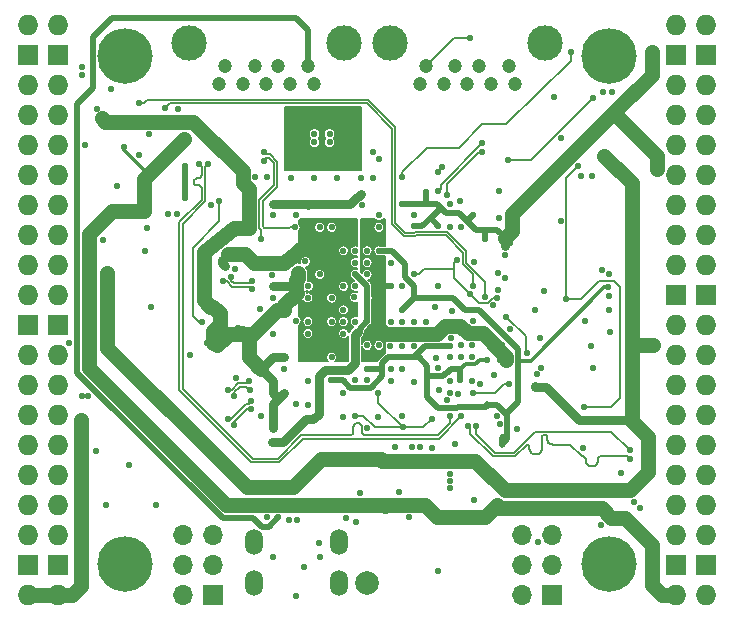
<source format=gbr>
G04 #@! TF.GenerationSoftware,KiCad,Pcbnew,5.1.6-c6e7f7d~87~ubuntu20.04.1*
G04 #@! TF.CreationDate,2020-09-13T13:30:54-07:00*
G04 #@! TF.ProjectId,artix7-pcie-v2,61727469-7837-42d7-9063-69652d76322e,rev?*
G04 #@! TF.SameCoordinates,PX69f4060PY6b00940*
G04 #@! TF.FileFunction,Copper,L3,Inr*
G04 #@! TF.FilePolarity,Positive*
%FSLAX46Y46*%
G04 Gerber Fmt 4.6, Leading zero omitted, Abs format (unit mm)*
G04 Created by KiCad (PCBNEW 5.1.6-c6e7f7d~87~ubuntu20.04.1) date 2020-09-13 13:30:54*
%MOMM*%
%LPD*%
G01*
G04 APERTURE LIST*
G04 #@! TA.AperFunction,ViaPad*
%ADD10C,3.000000*%
G04 #@! TD*
G04 #@! TA.AperFunction,ViaPad*
%ADD11C,1.200000*%
G04 #@! TD*
G04 #@! TA.AperFunction,ViaPad*
%ADD12C,4.700000*%
G04 #@! TD*
G04 #@! TA.AperFunction,ViaPad*
%ADD13C,0.550000*%
G04 #@! TD*
G04 #@! TA.AperFunction,ViaPad*
%ADD14O,1.500000X2.200000*%
G04 #@! TD*
G04 #@! TA.AperFunction,ViaPad*
%ADD15C,2.000000*%
G04 #@! TD*
G04 #@! TA.AperFunction,ViaPad*
%ADD16O,1.700000X1.700000*%
G04 #@! TD*
G04 #@! TA.AperFunction,ViaPad*
%ADD17R,1.700000X1.700000*%
G04 #@! TD*
G04 #@! TA.AperFunction,ViaPad*
%ADD18O,1.727200X1.727200*%
G04 #@! TD*
G04 #@! TA.AperFunction,ViaPad*
%ADD19R,1.727200X1.727200*%
G04 #@! TD*
G04 #@! TA.AperFunction,Conductor*
%ADD20C,0.508000*%
G04 #@! TD*
G04 #@! TA.AperFunction,Conductor*
%ADD21C,1.270000*%
G04 #@! TD*
G04 #@! TA.AperFunction,Conductor*
%ADD22C,0.300000*%
G04 #@! TD*
G04 #@! TA.AperFunction,Conductor*
%ADD23C,0.762000*%
G04 #@! TD*
G04 #@! TA.AperFunction,Conductor*
%ADD24C,0.127000*%
G04 #@! TD*
G04 #@! TA.AperFunction,Conductor*
%ADD25C,0.152400*%
G04 #@! TD*
G04 APERTURE END LIST*
D10*
X31920000Y48000000D03*
X45060000Y48000000D03*
D11*
X42490000Y44500000D03*
X40490000Y44500000D03*
X38490000Y44500000D03*
X36490000Y44500000D03*
X34490000Y44500000D03*
X34990000Y46000000D03*
X37490000Y46000000D03*
X39490000Y46000000D03*
X41990000Y46000000D03*
D12*
X50490000Y3890000D03*
X50490000Y46890000D03*
X9490000Y3890000D03*
X9490000Y46890000D03*
D13*
X22000000Y4440000D03*
X26000000Y4440000D03*
D14*
X20400000Y2290000D03*
X27600000Y2290000D03*
X27600000Y5760000D03*
X20400000Y5760000D03*
D15*
X29990000Y2300000D03*
D16*
X43130000Y6330000D03*
X45670000Y6330000D03*
X43130000Y3790000D03*
X45670000Y3790000D03*
X43130000Y1250000D03*
D17*
X45670000Y1250000D03*
D16*
X14460000Y6330000D03*
X17000000Y6330000D03*
X14460000Y3790000D03*
X17000000Y3790000D03*
X14460000Y1250000D03*
D17*
X17000000Y1250000D03*
D18*
X1270000Y1250000D03*
X3810000Y1250000D03*
D19*
X1270000Y3790000D03*
X3810000Y3790000D03*
D18*
X1270000Y6330000D03*
X3810000Y6330000D03*
X1270000Y8870000D03*
X3810000Y8870000D03*
X1270000Y11410000D03*
X3810000Y11410000D03*
X1270000Y13950000D03*
X3810000Y13950000D03*
X1270000Y16490000D03*
X3810000Y16490000D03*
X1270000Y19030000D03*
X3810000Y19030000D03*
X1270000Y21570000D03*
X3810000Y21570000D03*
D19*
X1270000Y24110000D03*
X3810000Y24110000D03*
D18*
X1270000Y26650000D03*
X3810000Y26650000D03*
X1270000Y29190000D03*
X3810000Y29190000D03*
X1270000Y31730000D03*
X3810000Y31730000D03*
X1270000Y34270000D03*
X3810000Y34270000D03*
X1270000Y36810000D03*
X3810000Y36810000D03*
X1270000Y39350000D03*
X3810000Y39350000D03*
X1270000Y41890000D03*
X3810000Y41890000D03*
X1270000Y44430000D03*
X3810000Y44430000D03*
D19*
X1270000Y46970000D03*
X3810000Y46970000D03*
D18*
X1270000Y49510000D03*
X3810000Y49510000D03*
D10*
X14920000Y48000000D03*
X28060000Y48000000D03*
D11*
X25490000Y44500000D03*
X23490000Y44500000D03*
X21490000Y44500000D03*
X19490000Y44500000D03*
X17490000Y44500000D03*
X17990000Y46000000D03*
X20490000Y46000000D03*
X22490000Y46000000D03*
X24990000Y46000000D03*
D18*
X58710000Y49510000D03*
X56170000Y49510000D03*
D19*
X58710000Y46970000D03*
X56170000Y46970000D03*
D18*
X58710000Y44430000D03*
X56170000Y44430000D03*
X58710000Y41890000D03*
X56170000Y41890000D03*
X58710000Y39350000D03*
X56170000Y39350000D03*
X58710000Y36810000D03*
X56170000Y36810000D03*
X58710000Y34270000D03*
X56170000Y34270000D03*
X58710000Y31730000D03*
X56170000Y31730000D03*
X58710000Y29190000D03*
X56170000Y29190000D03*
D19*
X58710000Y26650000D03*
X56170000Y26650000D03*
D18*
X58710000Y24110000D03*
X56170000Y24110000D03*
X58710000Y21570000D03*
X56170000Y21570000D03*
X58710000Y19030000D03*
X56170000Y19030000D03*
X58710000Y16490000D03*
X56170000Y16490000D03*
X58710000Y13950000D03*
X56170000Y13950000D03*
X58710000Y11410000D03*
X56170000Y11410000D03*
X58710000Y8870000D03*
X56170000Y8870000D03*
X58710000Y6330000D03*
X56170000Y6330000D03*
D19*
X58710000Y3790000D03*
X56170000Y3790000D03*
D18*
X58710000Y1250000D03*
X56170000Y1250000D03*
D13*
X27250000Y38790000D03*
X10700000Y38490000D03*
X27000000Y26390000D03*
X28000000Y25390000D03*
X27000000Y24390000D03*
X28000000Y23390000D03*
X30000000Y22390000D03*
X31000000Y22390000D03*
X28000000Y24390000D03*
X29000000Y24390000D03*
X25000000Y24390000D03*
X25000000Y23390000D03*
X26000000Y28390000D03*
X28000000Y27390000D03*
X26000000Y32390000D03*
X27000000Y32390000D03*
X30000000Y28390000D03*
X30000000Y29390000D03*
X30000000Y30390000D03*
X29000000Y30390000D03*
X31000000Y33390000D03*
X27000000Y21390000D03*
X34000000Y24390000D03*
X23000000Y20390000D03*
X24000000Y17390000D03*
X33000000Y16390000D03*
X38000000Y22390000D03*
X34000000Y33390000D03*
X32000000Y29390000D03*
X22000000Y33390000D03*
X27500000Y36590000D03*
X24000000Y33390000D03*
X21000000Y16390000D03*
X28986217Y27401998D03*
X32000000Y20390000D03*
X25000000Y19390000D03*
X23990000Y24471544D03*
X37000000Y34390000D03*
X33989999Y19308457D03*
X38000000Y32390000D03*
X41200000Y33190000D03*
X29000000Y19446010D03*
X36986130Y21376130D03*
X23950000Y1140000D03*
X37000000Y11490000D03*
X37000000Y10890000D03*
X37000000Y10290000D03*
X28000000Y16355511D03*
X28000000Y30390000D03*
X6100000Y39390000D03*
X30024084Y15373010D03*
X41180000Y35423000D03*
X25900000Y5690000D03*
X29500000Y36590000D03*
X30500000Y36590000D03*
X31000000Y32390000D03*
X29602585Y34231701D03*
X45815510Y43391901D03*
X40709522Y25796011D03*
X37233613Y25290512D03*
X39028920Y29419412D03*
X25550000Y36590000D03*
X35819521Y21288013D03*
X23561772Y36579948D03*
X24782645Y29492918D03*
X37420834Y14060834D03*
X20964095Y25431742D03*
X22001512Y23383952D03*
X18898832Y19614973D03*
X21500000Y36640000D03*
X20500000Y36640000D03*
X37898711Y34615235D03*
X25250000Y38790000D03*
X27250000Y42140000D03*
X14000000Y42424490D03*
X41235756Y15763314D03*
X9850000Y12300000D03*
X8866256Y35897604D03*
X39530024Y19126649D03*
X36770000Y17750000D03*
X42090000Y23770000D03*
X11350000Y32330000D03*
X13160000Y33540000D03*
X11220000Y30410000D03*
X11716000Y25600000D03*
X13910000Y33530000D03*
X16810000Y34270000D03*
X7090000Y13430000D03*
X12170000Y8880000D03*
X4780000Y22590000D03*
X46430000Y39930000D03*
X49070000Y36750000D03*
X44720000Y20430000D03*
X42740000Y15290000D03*
X49160000Y20460000D03*
X48940000Y22330000D03*
X48420000Y24490000D03*
X44370000Y19980000D03*
X46414490Y32930000D03*
X48110053Y36751011D03*
X44260000Y25380000D03*
X51540000Y11550000D03*
X35974212Y3304490D03*
X5840000Y18070000D03*
X7610000Y31280000D03*
X50495989Y26593181D03*
X33530000Y7850000D03*
X21554447Y7835553D03*
X25000000Y26400000D03*
X27970000Y18380000D03*
X44482000Y5705000D03*
X48292000Y13706000D03*
X6382000Y18070000D03*
X15018000Y21580000D03*
X8287000Y44059000D03*
X7906000Y8880000D03*
X50705000Y43805000D03*
X49943000Y43805000D03*
X52610000Y9134000D03*
X53118000Y8626000D03*
X36354000Y37455000D03*
X35973000Y37074000D03*
X18828000Y28819000D03*
X21982961Y28316726D03*
X25043934Y27414467D03*
X37037512Y32420574D03*
X32990000Y27424490D03*
X30000000Y20390000D03*
X34000000Y21390000D03*
X31000000Y30390000D03*
X11100000Y33790000D03*
X14500000Y39890000D03*
X33000000Y25402555D03*
X14600000Y34890000D03*
X14600000Y37590000D03*
X37888079Y19436411D03*
X40200000Y21190000D03*
X50400000Y27290000D03*
X36985646Y22323740D03*
X9459983Y39192002D03*
X41904481Y8590008D03*
X50687762Y7764068D03*
X41439692Y14029692D03*
X40969521Y8872935D03*
X38073778Y17180383D03*
X41500000Y14640000D03*
X38855988Y7855988D03*
X47470000Y8650000D03*
X48080000Y8650000D03*
X31503390Y8786610D03*
X19540000Y8900000D03*
X26940000Y19450000D03*
X54102001Y5488737D03*
X54102001Y4530001D03*
X28000000Y28390000D03*
X27000000Y28390000D03*
X27000000Y27390000D03*
X26000000Y26390000D03*
X26000000Y27390000D03*
X26000000Y31390000D03*
X27940000Y32390000D03*
X25000000Y32390000D03*
X26000000Y25390000D03*
X26000000Y24390000D03*
X26000000Y23390000D03*
X26000000Y22390000D03*
X26000000Y21390000D03*
X27000000Y22390000D03*
X28000000Y22390000D03*
X28000000Y21390000D03*
X17750000Y29640000D03*
X18000000Y29140000D03*
X27187238Y30497541D03*
X18250000Y30140000D03*
X30000000Y21390000D03*
X30000000Y31390000D03*
X31000000Y24390000D03*
X28936130Y26453870D03*
X31000000Y29390000D03*
X30120000Y23290000D03*
X41800000Y21424490D03*
X41400000Y22390000D03*
X41800000Y20890000D03*
X41250000Y21140000D03*
X32000000Y27380000D03*
X26100000Y12790000D03*
X27000000Y12790000D03*
X27900000Y12790000D03*
X29400000Y12790000D03*
X30200000Y12790000D03*
X31000000Y12790000D03*
X54300000Y22390000D03*
X53700000Y22390000D03*
X53100000Y22390000D03*
X52500000Y22390000D03*
X8000000Y28660000D03*
X7770000Y24120000D03*
X8942000Y20740000D03*
X15820000Y14370000D03*
X50060000Y38440000D03*
X50660000Y37840000D03*
X45130000Y18900000D03*
X44191432Y18923072D03*
X31988882Y22308447D03*
X30956691Y16345308D03*
X32000000Y19390000D03*
X33000000Y20390000D03*
X33815635Y13781511D03*
X29000000Y29390000D03*
X32710469Y9967153D03*
X29967473Y19446010D03*
X32000000Y24390000D03*
X34492167Y13806990D03*
X32411316Y13806990D03*
X35516468Y13677010D03*
X39030000Y9260000D03*
X44980000Y26990000D03*
X38918082Y21385287D03*
X50500000Y28390000D03*
X41662611Y28133921D03*
X44620000Y22970000D03*
X41800000Y24820000D03*
X43520000Y21750000D03*
X50535000Y23485000D03*
X50520000Y25400000D03*
X18216780Y16147317D03*
X20150000Y17640000D03*
X18731414Y15632683D03*
X20140000Y16960000D03*
X20000000Y19390000D03*
X18242683Y18647317D03*
X20075446Y18603017D03*
X18757317Y18132683D03*
X20250000Y27140000D03*
X17812000Y27803000D03*
X20250000Y27817013D03*
X18507317Y28147317D03*
X36018668Y35439497D03*
X39750000Y39503900D03*
X36750000Y35140000D03*
X39750000Y38776100D03*
X52250000Y12776100D03*
X38540000Y15550000D03*
X52250000Y13503900D03*
X39240000Y15530000D03*
X34000000Y28455510D03*
X41021445Y26396884D03*
X38748111Y26732250D03*
X35781905Y25634671D03*
X37650000Y29590000D03*
X39000000Y18390000D03*
X42000000Y19140000D03*
X28260000Y7810000D03*
X29375686Y9887792D03*
X29107406Y7470177D03*
X30918980Y18390000D03*
X28987675Y16402325D03*
X33021607Y15436232D03*
X35526468Y16180039D03*
X37739146Y18287478D03*
X40997378Y16396971D03*
X37135365Y22983989D03*
X38000000Y21390000D03*
X38929337Y22377405D03*
X32989999Y22308456D03*
X33989999Y22308456D03*
X33000000Y24390000D03*
X33000000Y36640000D03*
X47276000Y47234000D03*
X49119697Y43307910D03*
X41942000Y38090000D03*
X24076776Y7607870D03*
X36020442Y20437635D03*
X36098875Y18637846D03*
X37000000Y18390000D03*
X23400000Y7590000D03*
X37009806Y19377742D03*
X22499623Y7852990D03*
X21250000Y38036100D03*
X20987000Y31390000D03*
X21250000Y38763900D03*
X23908456Y32390001D03*
X23000000Y21390000D03*
X23000000Y18390000D03*
X22000000Y15390000D03*
X22000000Y18390000D03*
X21000000Y20390000D03*
X23000000Y25390000D03*
X22000000Y27390000D03*
X20000000Y33390000D03*
X19990001Y32308457D03*
X24170719Y28893841D03*
X19104115Y23835783D03*
X24984224Y17315263D03*
X16492000Y22580000D03*
X5800000Y16050000D03*
X17300000Y22390000D03*
X17786000Y22876000D03*
X7525000Y41646000D03*
X7144000Y42408000D03*
X5877999Y45284239D03*
X5877999Y45967999D03*
X5755570Y7019430D03*
X33000000Y34390000D03*
X39000000Y33390000D03*
X35000000Y35390000D03*
X40000000Y31390000D03*
X41700000Y31490000D03*
X41700000Y30790000D03*
X54100000Y47190000D03*
X33979470Y32454916D03*
X54100000Y46390000D03*
X36050000Y32490000D03*
X42100000Y31090000D03*
X54544399Y38345601D03*
X54544399Y37357399D03*
X39007558Y24451416D03*
X39990001Y26471543D03*
X10700000Y42890000D03*
X38956073Y27434059D03*
X12900000Y42490000D03*
X11550000Y40257910D03*
X22000000Y34390000D03*
X24989999Y34308456D03*
X29506294Y35238201D03*
X27000000Y34390000D03*
X46880000Y26320000D03*
X47860000Y37540000D03*
X48410176Y17136234D03*
X37000000Y16390000D03*
X16513900Y37740000D03*
X38000000Y16390000D03*
X15786100Y37740000D03*
X35000000Y24390000D03*
X36034838Y27423167D03*
X41700000Y30007910D03*
X41122316Y27109353D03*
X38700000Y48390000D03*
X41087379Y28490927D03*
X49890000Y28740000D03*
X40752812Y19915009D03*
X17500000Y34640000D03*
X22000000Y26390000D03*
X16034000Y24374000D03*
X49797638Y7187638D03*
X24700000Y3590000D03*
X38906892Y19391319D03*
X31000000Y38190000D03*
X30500000Y38790000D03*
X25550000Y40294727D03*
X26826860Y40294727D03*
X25550000Y39566927D03*
X26826860Y39566927D03*
X30000000Y26390000D03*
X28990000Y28410000D03*
X29980000Y24450000D03*
X21940000Y14220000D03*
X22900000Y14220000D03*
D20*
X28600000Y18790000D02*
X30300000Y18790000D01*
X31800000Y21390000D02*
X34000000Y21390000D01*
X30300000Y18790000D02*
X31300000Y19790000D01*
X31300000Y20890000D02*
X31800000Y21390000D01*
X30000000Y20390000D02*
X31300000Y20390000D01*
X31300000Y19790000D02*
X31300000Y20390000D01*
X31300000Y20390000D02*
X31300000Y20890000D01*
D21*
X11100000Y33790000D02*
X11100000Y36490000D01*
X11100000Y36490000D02*
X14500000Y39890000D01*
D20*
X34000000Y26390000D02*
X33987445Y26390000D01*
X33987445Y26390000D02*
X33000000Y25402555D01*
X14600000Y37590000D02*
X14600000Y34890000D01*
X37888079Y19825319D02*
X37888079Y19436411D01*
X37888079Y20378079D02*
X37888079Y19436411D01*
X40226382Y17363618D02*
X40200000Y17390000D01*
X37888079Y20378079D02*
X37088079Y20378079D01*
X31000000Y30390000D02*
X32100000Y30390000D01*
X32100000Y30390000D02*
X33200000Y29290000D01*
X33200000Y29290000D02*
X33200000Y28190000D01*
X34000000Y27390000D02*
X34000000Y26390000D01*
X33200000Y28190000D02*
X34000000Y27390000D01*
X34933740Y22323740D02*
X36985646Y22323740D01*
X34000000Y21390000D02*
X34933740Y22323740D01*
D22*
X9459983Y38913055D02*
X9459983Y39192002D01*
X11100000Y36490000D02*
X11100000Y37273038D01*
X11100000Y37273038D02*
X9459983Y38913055D01*
D20*
X42816010Y17582012D02*
X42816010Y21106010D01*
X41800000Y16490000D02*
X41800000Y16566002D01*
D21*
X54102001Y5488737D02*
X51826670Y7764068D01*
X54102001Y2096685D02*
X54102001Y5488737D01*
X49861822Y8590008D02*
X50687762Y7764068D01*
X51826670Y7764068D02*
X50687762Y7764068D01*
X56170000Y1250000D02*
X54948686Y1250000D01*
X41904481Y8590008D02*
X49861822Y8590008D01*
X54948686Y1250000D02*
X54102001Y2096685D01*
X41904481Y8590008D02*
X41252448Y8590008D01*
X41252448Y8590008D02*
X40969521Y8872935D01*
D20*
X34000000Y21390000D02*
X34388908Y21390000D01*
X34388908Y21390000D02*
X35100000Y20678908D01*
X36743743Y20033743D02*
X37088079Y20378079D01*
X36694925Y20033743D02*
X36743743Y20033743D01*
X35705561Y19781634D02*
X36442816Y19781634D01*
X35697195Y19790000D02*
X35705561Y19781634D01*
X35100000Y19790000D02*
X35697195Y19790000D01*
X36442816Y19781634D02*
X36694925Y20033743D01*
X35100000Y20678908D02*
X35100000Y19790000D01*
D22*
X38343287Y20833286D02*
X37888079Y20378079D01*
X39539757Y21190000D02*
X39183043Y20833286D01*
X39183043Y20833286D02*
X38343287Y20833286D01*
X40200000Y21190000D02*
X39539757Y21190000D01*
D20*
X40997264Y17363618D02*
X40226382Y17363618D01*
X41894666Y14484666D02*
X41400000Y13990000D01*
X41800000Y16560882D02*
X40997264Y17363618D01*
X41800000Y16490000D02*
X41894666Y16395334D01*
X41800000Y16490000D02*
X41800000Y16560882D01*
X41894666Y16395334D02*
X41894666Y14484666D01*
X36051381Y17088619D02*
X37593106Y17088619D01*
X35100000Y18040000D02*
X36051381Y17088619D01*
X37593106Y17088619D02*
X37684870Y17180383D01*
X35100000Y19790000D02*
X35100000Y18040000D01*
X40043147Y17180383D02*
X38073778Y17180383D01*
X40226382Y17363618D02*
X40043147Y17180383D01*
X37684870Y17180383D02*
X38073778Y17180383D01*
X41439692Y14579692D02*
X41500000Y14640000D01*
X41439692Y14029692D02*
X41439692Y14579692D01*
X37300000Y26390000D02*
X34000000Y26390000D01*
X38300000Y25390000D02*
X37300000Y26390000D01*
X42816010Y21106010D02*
X42816010Y22073108D01*
X42816010Y22073108D02*
X39499118Y25390000D01*
X39499118Y25390000D02*
X38300000Y25390000D01*
X41800000Y16566002D02*
X42816010Y17582012D01*
D21*
X8400000Y33790000D02*
X11100000Y33790000D01*
X6452012Y31842012D02*
X8400000Y33790000D01*
D22*
X50100000Y27290000D02*
X50400000Y27290000D01*
X43916010Y21106010D02*
X50100000Y27290000D01*
X42816010Y21106010D02*
X43916010Y21106010D01*
D21*
X34889567Y8890000D02*
X35923579Y7855988D01*
X39952574Y7855988D02*
X40969521Y8872935D01*
X35923579Y7855988D02*
X39952574Y7855988D01*
X31606780Y8890000D02*
X31503390Y8786610D01*
X34889567Y8890000D02*
X31606780Y8890000D01*
X6452012Y20503226D02*
X6452012Y31842012D01*
X6452012Y20503226D02*
X18055238Y8900000D01*
X31439209Y8850791D02*
X31503390Y8786610D01*
X28877925Y8850791D02*
X31439209Y8850791D01*
X28828716Y8900000D02*
X28877925Y8850791D01*
X18055238Y8900000D02*
X19540000Y8900000D01*
X19540000Y8900000D02*
X28828716Y8900000D01*
D20*
X27940000Y19450000D02*
X28600000Y18790000D01*
X26940000Y19450000D02*
X27940000Y19450000D01*
D23*
X17750000Y29390000D02*
X18000000Y29140000D01*
X17750000Y29640000D02*
X17750000Y29390000D01*
D21*
X18250000Y30140000D02*
X19666000Y30140000D01*
X22480722Y29353727D02*
X22507449Y29327000D01*
X19666000Y30140000D02*
X20452273Y29353727D01*
X20452273Y29353727D02*
X22480722Y29353727D01*
X24284884Y30529919D02*
X25280406Y30529919D01*
X23745644Y29990679D02*
X24284884Y30529919D01*
X23745644Y29930842D02*
X23745644Y29990679D01*
X22987418Y29327000D02*
X23570278Y29909860D01*
X22507449Y29327000D02*
X22987418Y29327000D01*
X23570278Y29909860D02*
X23651976Y29909860D01*
X23651976Y29909860D02*
X23672958Y29930842D01*
X23672958Y29930842D02*
X23745644Y29930842D01*
D24*
X30388908Y23390000D02*
X30500000Y23501092D01*
X30100000Y23190000D02*
X30388908Y23390000D01*
D21*
X41800000Y21190000D02*
X41800000Y21424490D01*
X35945067Y23352999D02*
X36637877Y24045809D01*
X38509797Y23414415D02*
X39810075Y23414415D01*
X39810075Y23414415D02*
X41800000Y21424490D01*
X31065238Y23790000D02*
X31502239Y23352999D01*
X30788908Y23790000D02*
X31065238Y23790000D01*
X30388908Y23390000D02*
X30788908Y23790000D01*
X37878403Y24045809D02*
X38509797Y23414415D01*
X36637877Y24045809D02*
X37878403Y24045809D01*
X31502239Y23352999D02*
X35945067Y23352999D01*
D20*
X32000000Y27380000D02*
X31330000Y27380000D01*
D21*
X52400000Y16090000D02*
X52400000Y22390000D01*
X8000000Y22190000D02*
X9450000Y20740000D01*
X52400000Y22390000D02*
X54200000Y22390000D01*
X31000000Y12790000D02*
X30200000Y12790000D01*
X30200000Y12790000D02*
X29400000Y12790000D01*
X29400000Y12790000D02*
X27900000Y12790000D01*
X27900000Y12790000D02*
X27000000Y12790000D01*
X27000000Y12790000D02*
X26100000Y12790000D01*
X39178117Y12640009D02*
X31302431Y12640009D01*
X41678126Y10140000D02*
X39178117Y12640009D01*
X52400000Y15990000D02*
X53750000Y14640000D01*
X31152440Y12790000D02*
X31000000Y12790000D01*
X52400000Y16090000D02*
X52400000Y15990000D01*
X53750000Y14640000D02*
X53750000Y11640000D01*
X31302431Y12640009D02*
X31152440Y12790000D01*
X53750000Y11640000D02*
X52250000Y10140000D01*
X52250000Y10140000D02*
X41678126Y10140000D01*
X52400000Y31690000D02*
X52400000Y22390000D01*
X8000000Y28500000D02*
X8000000Y23540000D01*
X9450000Y20740000D02*
X15820000Y14370000D01*
X52400000Y36100000D02*
X50060000Y38440000D01*
D23*
X52400000Y16090000D02*
X47940000Y16090000D01*
X47940000Y16090000D02*
X45130000Y18900000D01*
X44214504Y18900000D02*
X44191432Y18923072D01*
X45130000Y18900000D02*
X44214504Y18900000D01*
D21*
X15820000Y14370000D02*
X19800000Y10390000D01*
X23700000Y10390000D02*
X26100000Y12790000D01*
X19800000Y10390000D02*
X23700000Y10390000D01*
X8000000Y23540000D02*
X8000000Y22190000D01*
X52400000Y31690000D02*
X52400000Y36100000D01*
D24*
X41800000Y24820000D02*
X43450000Y23170000D01*
X43450000Y21820000D02*
X43520000Y21750000D01*
X43450000Y23170000D02*
X43450000Y21820000D01*
X18515887Y16147317D02*
X18216780Y16147317D01*
X19785970Y17417400D02*
X18515887Y16147317D01*
X20150000Y17640000D02*
X20027400Y17417400D01*
X20027400Y17417400D02*
X19785970Y17417400D01*
X19912224Y17112600D02*
X18731414Y15931790D01*
X20027400Y17112600D02*
X19912224Y17112600D01*
X20140000Y16960000D02*
X20027400Y17112600D01*
X18731414Y15931790D02*
X18731414Y15632683D01*
X19796632Y19186632D02*
X19081105Y19186632D01*
X18541790Y18647317D02*
X18242683Y18647317D01*
X20000000Y19390000D02*
X19796632Y19186632D01*
X19081105Y19186632D02*
X18541790Y18647317D01*
X18757317Y18431790D02*
X18757317Y18132683D01*
X19796632Y18881832D02*
X19207359Y18881832D01*
X20075446Y18603017D02*
X20075446Y18603018D01*
X19207359Y18881832D02*
X18757317Y18431790D01*
X20075446Y18603018D02*
X19796632Y18881832D01*
X20250000Y27140000D02*
X20063894Y27326106D01*
X20063894Y27326106D02*
X18598367Y27326106D01*
X18598367Y27326106D02*
X18121473Y27803000D01*
X18121473Y27803000D02*
X17812000Y27803000D01*
X18507317Y27848210D02*
X18507317Y28147317D01*
X20063894Y27630906D02*
X18724621Y27630906D01*
X20250000Y27817013D02*
X20250000Y27817012D01*
X18724621Y27630906D02*
X18507317Y27848210D01*
X20250000Y27817012D02*
X20063894Y27630906D01*
X36250000Y36003900D02*
X36250000Y35640000D01*
X39750000Y39503900D02*
X36250000Y36003900D01*
X36250000Y35640000D02*
X36049497Y35439497D01*
X36049497Y35439497D02*
X36018668Y35439497D01*
X36750000Y36072847D02*
X36750000Y35140000D01*
X39750000Y38776100D02*
X39453253Y38776100D01*
X39453253Y38776100D02*
X36750000Y36072847D01*
X45725037Y13987599D02*
X47186872Y13987600D01*
X45621718Y13999240D02*
X45725037Y13987599D01*
X49626690Y12946588D02*
X49662333Y12968983D01*
X52038500Y12987600D02*
X52250000Y12776100D01*
X45435544Y14088896D02*
X45523580Y14033580D01*
X45306708Y14250452D02*
X45362024Y14162416D01*
X49555913Y12618740D02*
X49555913Y12799616D01*
X45242110Y14714348D02*
X45256013Y14674616D01*
X45189949Y14779757D02*
X45219715Y14749991D01*
X45154306Y14802152D02*
X45189949Y14779757D01*
X44631095Y13255727D02*
X44704615Y13329247D01*
X49509931Y12417283D02*
X49544271Y12515421D01*
X49596924Y12916822D02*
X49626690Y12946588D01*
X49743896Y12987599D02*
X52038500Y12987600D01*
X45114574Y14816055D02*
X45154306Y14802152D01*
X45256013Y14674616D02*
X45260727Y14632786D01*
X45072744Y14820769D02*
X45114574Y14816055D01*
X44759931Y13417283D02*
X44794271Y13515421D01*
X45003512Y14820769D02*
X45072744Y14820769D01*
X44704615Y13329247D02*
X44759931Y13417283D01*
X44961681Y14816055D02*
X45003512Y14820769D01*
X44886306Y14779757D02*
X44921949Y14802152D01*
X44834145Y14714348D02*
X44856540Y14749991D01*
X44805913Y14140000D02*
X44815529Y14140000D01*
X40686872Y12987600D02*
X42563128Y12987600D01*
X44805913Y13618740D02*
X44805913Y14140000D01*
X44794271Y13515421D02*
X44805913Y13618740D01*
X48430333Y12946588D02*
X48460099Y12916822D01*
X43680333Y13946588D02*
X43710099Y13916822D01*
X45362024Y14162416D02*
X45435544Y14088896D01*
X43644690Y13968983D02*
X43680333Y13946588D01*
X43604958Y13982886D02*
X43644690Y13968983D01*
X45219715Y14749991D02*
X45242110Y14714348D01*
X43563128Y13987599D02*
X43604958Y13982886D01*
X43710099Y13916822D02*
X43732494Y13881179D01*
X38759093Y15453894D02*
X38759093Y14915379D01*
X38759093Y14915379D02*
X40686872Y12987600D01*
X44815529Y14632786D02*
X44820242Y14674616D01*
X43797092Y13417283D02*
X43852408Y13329247D01*
X49091602Y12154429D02*
X49194921Y12166071D01*
X38540000Y15550000D02*
X38759093Y15453894D01*
X43751111Y13799616D02*
X43751111Y13618740D01*
X45260727Y14632786D02*
X45260727Y14451909D01*
X48460099Y12916822D02*
X48482494Y12881179D01*
X43925928Y13255727D02*
X44013964Y13200411D01*
X42563128Y12987600D02*
X43563128Y13987599D01*
X48313128Y12987599D02*
X48354958Y12982886D01*
X43732494Y13881179D02*
X43746397Y13841447D01*
X44856540Y14749991D02*
X44886306Y14779757D01*
X43746397Y13841447D02*
X43751111Y13799616D01*
X48496397Y12841447D02*
X48501111Y12799616D01*
X43751111Y13618740D02*
X43762752Y13515421D01*
X43762752Y13515421D02*
X43797092Y13417283D01*
X45272368Y14348590D02*
X45306708Y14250452D01*
X44112102Y13166071D02*
X44215421Y13154429D01*
X44820242Y14674616D02*
X44834145Y14714348D01*
X44543059Y13200411D02*
X44631095Y13255727D01*
X48186872Y12987600D02*
X48313128Y12987599D01*
X49555913Y12799616D02*
X49560626Y12841447D01*
X43852408Y13329247D02*
X43925928Y13255727D01*
X45260727Y14451909D02*
X45272368Y14348590D01*
X44815529Y14140000D02*
X44815529Y14632786D01*
X44013964Y13200411D02*
X44112102Y13166071D01*
X44444921Y13166071D02*
X44543059Y13200411D01*
X44921949Y14802152D02*
X44961681Y14816055D01*
X48354958Y12982886D02*
X48394690Y12968983D01*
X44215421Y13154429D02*
X44341602Y13154429D01*
X47186872Y13987600D02*
X48186872Y12987600D01*
X45523580Y14033580D02*
X45621718Y13999240D01*
X44341602Y13154429D02*
X44444921Y13166071D01*
X48394690Y12968983D02*
X48430333Y12946588D01*
X48482494Y12881179D02*
X48496397Y12841447D01*
X48501111Y12799616D02*
X48501111Y12618740D01*
X48501111Y12618740D02*
X48512752Y12515421D01*
X48512752Y12515421D02*
X48547092Y12417283D01*
X48547092Y12417283D02*
X48602408Y12329247D01*
X48602408Y12329247D02*
X48675928Y12255727D01*
X48675928Y12255727D02*
X48763964Y12200411D01*
X48763964Y12200411D02*
X48862102Y12166071D01*
X48862102Y12166071D02*
X48965421Y12154429D01*
X48965421Y12154429D02*
X49091602Y12154429D01*
X49194921Y12166071D02*
X49293059Y12200411D01*
X49293059Y12200411D02*
X49381095Y12255727D01*
X49381095Y12255727D02*
X49454615Y12329247D01*
X49454615Y12329247D02*
X49509931Y12417283D01*
X49574529Y12881179D02*
X49596924Y12916822D01*
X49702065Y12982886D02*
X49743896Y12987599D01*
X49544271Y12515421D02*
X49555913Y12618740D01*
X49560626Y12841447D02*
X49574529Y12881179D01*
X49662333Y12968983D02*
X49702065Y12982886D01*
X50674311Y15079589D02*
X52250000Y13503900D01*
X39240000Y15530000D02*
X39240000Y14865528D01*
X44224061Y15079589D02*
X50674311Y15079589D01*
X42436872Y13292400D02*
X44224061Y15079589D01*
X40813128Y13292400D02*
X42436872Y13292400D01*
X39240000Y14865528D02*
X40813128Y13292400D01*
X34388908Y28455510D02*
X34000000Y28455510D01*
X37400000Y28890000D02*
X34823398Y28890000D01*
X34823398Y28890000D02*
X34388908Y28455510D01*
X39486701Y25993660D02*
X38748111Y26732250D01*
X37400000Y28080361D02*
X38748111Y26732250D01*
X37400000Y28890000D02*
X37400000Y28080361D01*
X41021445Y26396884D02*
X40632537Y26396884D01*
X40229313Y25993660D02*
X39486701Y25993660D01*
X40632537Y26396884D02*
X40229313Y25993660D01*
X37392570Y28897430D02*
X37400000Y28890000D01*
X37400000Y28890000D02*
X37400000Y29340000D01*
X37400000Y29340000D02*
X37650000Y29590000D01*
X40861092Y18390000D02*
X39000000Y18390000D01*
X41611092Y19140000D02*
X40861092Y18390000D01*
X42000000Y19140000D02*
X41611092Y19140000D01*
X30918980Y17538859D02*
X33021607Y15436232D01*
X33021607Y15436232D02*
X30642710Y15436232D01*
X29676617Y16402325D02*
X28987675Y16402325D01*
X30642710Y15436232D02*
X29676617Y16402325D01*
X30918980Y18390000D02*
X30918980Y17538859D01*
X34782661Y15436232D02*
X33021607Y15436232D01*
X35526468Y16180039D02*
X34782661Y15436232D01*
X41750000Y41140000D02*
X47276000Y46472000D01*
X33000000Y37028908D02*
X35111092Y39140000D01*
X33000000Y36640000D02*
X33000000Y37028908D01*
X37750000Y39140000D02*
X39750000Y41140000D01*
X35111092Y39140000D02*
X37750000Y39140000D01*
X39750000Y41140000D02*
X41750000Y41140000D01*
X47276000Y46472000D02*
X47276000Y47234000D01*
X44201787Y38390000D02*
X49119697Y43307910D01*
X41942000Y38090000D02*
X43901787Y38090000D01*
X43901787Y38090000D02*
X44201787Y38390000D01*
D20*
X24990000Y49073000D02*
X24990000Y46000000D01*
X17778382Y7740000D02*
X5436001Y20082381D01*
X20369489Y7740000D02*
X17778382Y7740000D01*
X5436001Y20082381D02*
X5436001Y42859001D01*
X22499623Y7852990D02*
X21667130Y7020497D01*
X21088992Y7020497D02*
X20369489Y7740000D01*
X5436001Y42859001D02*
X6758999Y44181999D01*
X6758999Y44181999D02*
X6758999Y48499999D01*
X6758999Y48499999D02*
X8376001Y50117001D01*
X8376001Y50117001D02*
X23945999Y50117001D01*
X21667130Y7020497D02*
X21088992Y7020497D01*
X23945999Y50117001D02*
X24990000Y49073000D01*
D24*
X21461500Y38247600D02*
X21250000Y38036100D01*
X21676872Y38247600D02*
X21461500Y38247600D01*
X22097600Y37826872D02*
X21676872Y38247600D01*
X20847600Y34703128D02*
X22097600Y35953128D01*
X20847600Y32326872D02*
X20847600Y34703128D01*
X22097600Y35953128D02*
X22097600Y37826872D01*
X20987000Y32187472D02*
X20987000Y31390000D01*
X20847600Y32326872D02*
X20987000Y32187472D01*
X23402400Y32292400D02*
X23500001Y32390001D01*
X21313128Y32292400D02*
X23402400Y32292400D01*
X21152400Y32453128D02*
X21313128Y32292400D01*
X21803128Y38552400D02*
X22402400Y37953128D01*
X22402400Y35826872D02*
X21152400Y34576872D01*
X23500001Y32390001D02*
X23908456Y32390001D01*
X21250000Y38763900D02*
X21461500Y38552400D01*
X21152400Y34576872D02*
X21152400Y32453128D01*
X21461500Y38552400D02*
X21803128Y38552400D01*
X22402400Y37953128D02*
X22402400Y35826872D01*
D23*
X22000000Y15390000D02*
X22000000Y16390000D01*
X22000000Y16390000D02*
X22000000Y17390000D01*
X22400000Y17990000D02*
X22600000Y17990000D01*
X22000000Y18390000D02*
X22400000Y17990000D01*
X22000000Y17390000D02*
X22600000Y17990000D01*
X22600000Y17990000D02*
X23000000Y18390000D01*
X22000000Y19390000D02*
X21000000Y20390000D01*
X22000000Y18390000D02*
X22000000Y19390000D01*
X22000000Y21390000D02*
X21000000Y20390000D01*
X23000000Y21390000D02*
X22000000Y21390000D01*
X22000000Y16390000D02*
X22015696Y16405696D01*
D21*
X3810000Y1250000D02*
X5031314Y1250000D01*
X5031314Y1250000D02*
X5800000Y2018686D01*
X1270000Y1250000D02*
X3810000Y1250000D01*
X20725001Y20664999D02*
X21000000Y20390000D01*
X5800000Y2018686D02*
X5800000Y4690000D01*
D23*
X20000000Y32318456D02*
X19990001Y32308457D01*
X20000000Y33390000D02*
X20000000Y32318456D01*
X19990001Y32308457D02*
X19218457Y32308457D01*
D21*
X19218457Y32308457D02*
X18718457Y32308457D01*
X18718457Y32308457D02*
X16644083Y30645917D01*
X17000000Y23600760D02*
X17000000Y22580000D01*
X16712999Y25677001D02*
X16997761Y25677001D01*
X16200000Y26190000D02*
X16712999Y25677001D01*
X16997761Y25677001D02*
X17537001Y25137761D01*
X17537001Y24142239D02*
X16997761Y23602999D01*
X16644083Y30645917D02*
X16200000Y30290000D01*
X16200000Y30290000D02*
X16200000Y26190000D01*
X17537001Y25137761D02*
X17537001Y24142239D01*
X16997761Y23602999D02*
X17000000Y23600760D01*
X18718457Y32308457D02*
X19990001Y32308457D01*
D23*
X24043728Y28766850D02*
X24170719Y28766850D01*
D21*
X20388908Y23390000D02*
X22388908Y25390000D01*
X20000000Y23390000D02*
X20388908Y23390000D01*
X22388908Y25390000D02*
X23000000Y25390000D01*
X24170719Y28058471D02*
X24170719Y28512850D01*
X24000009Y27887761D02*
X24170719Y28058471D01*
X24056670Y26835578D02*
X24000009Y26892239D01*
X24000009Y26892239D02*
X24000009Y27887761D01*
X23000000Y25778908D02*
X24056670Y26835578D01*
X23000000Y25390000D02*
X23000000Y25778908D01*
D23*
X23502248Y27390000D02*
X24000009Y26892239D01*
X22000000Y27390000D02*
X23502248Y27390000D01*
D21*
X17300000Y22390000D02*
X18300000Y23390000D01*
X18300000Y23390000D02*
X20000000Y23390000D01*
X9847749Y41314489D02*
X15286271Y41314489D01*
X15286271Y41314489D02*
X19462999Y37137761D01*
X19990001Y35615237D02*
X19990001Y32308457D01*
X19462999Y36142239D02*
X19990001Y35615237D01*
X19462999Y37137761D02*
X19462999Y36142239D01*
D22*
X19554217Y23835783D02*
X19104115Y23835783D01*
X20000000Y23390000D02*
X19554217Y23835783D01*
D21*
X20000000Y21390000D02*
X21000000Y20390000D01*
X20000000Y23390000D02*
X20000000Y21390000D01*
X5800000Y4690000D02*
X5800000Y16050000D01*
X9847749Y41314489D02*
X7856511Y41314489D01*
X7856511Y41314489D02*
X7525000Y41646000D01*
D20*
X36250000Y34040000D02*
X36700000Y33590000D01*
X36700000Y33590000D02*
X37800000Y33590000D01*
X41000000Y32190000D02*
X41300000Y31890000D01*
X33000000Y34390000D02*
X35000000Y34390000D01*
X35000000Y34390000D02*
X35000000Y35390000D01*
X35000000Y34390000D02*
X35900000Y34390000D01*
X35900000Y34390000D02*
X36250000Y34040000D01*
X36250000Y34040000D02*
X35400000Y33190000D01*
X37800000Y33590000D02*
X38500000Y32890000D01*
X39000000Y33390000D02*
X38500000Y32890000D01*
X38500000Y32890000D02*
X39200000Y32190000D01*
X39200000Y32190000D02*
X40000000Y32190000D01*
X40000000Y32190000D02*
X40000000Y31390000D01*
X40000000Y32190000D02*
X41000000Y32190000D01*
X34664916Y32454916D02*
X33979470Y32454916D01*
D23*
X41700000Y31490000D02*
X41700000Y30790911D01*
D20*
X35400000Y33140000D02*
X35400000Y33190000D01*
X36050000Y32490000D02*
X35400000Y33140000D01*
X35400000Y33190000D02*
X34664916Y32454916D01*
D21*
X42300000Y32090000D02*
X41700000Y31490000D01*
X42300000Y33492635D02*
X42300000Y32090000D01*
X54102001Y47190000D02*
X54102001Y45294635D01*
X51087182Y42279818D02*
X51087182Y41898818D01*
X54102001Y45294635D02*
X51087182Y42279818D01*
X51087182Y42279818D02*
X42300000Y33492635D01*
X51087182Y41898818D02*
X54544399Y38441601D01*
X54544399Y38441601D02*
X54544399Y38345601D01*
X54544399Y38345601D02*
X54544399Y37357399D01*
D24*
X30105215Y43144009D02*
X11342917Y43144009D01*
X33944786Y31894011D02*
X33248715Y31894011D01*
X33248715Y31894011D02*
X32404011Y32738715D01*
X32404011Y32738715D02*
X32404011Y40845213D01*
X11088908Y42890000D02*
X10700000Y42890000D01*
X32404011Y40845213D02*
X30105215Y43144009D01*
X34044786Y31994011D02*
X33944786Y31894011D01*
X36755215Y31994011D02*
X34044786Y31994011D01*
X38404010Y30345215D02*
X36755215Y31994011D01*
X38404011Y29355379D02*
X38404010Y30345215D01*
X39990001Y26471543D02*
X39990001Y27769389D01*
X11342917Y43144009D02*
X11088908Y42890000D01*
X39990001Y27769389D02*
X38404011Y29355379D01*
X13300000Y42890000D02*
X12900000Y42490000D01*
X36650000Y31740001D02*
X34150000Y31740001D01*
X34150000Y31740001D02*
X34050000Y31640001D01*
X38150001Y30240000D02*
X36650000Y31740001D01*
X38150001Y29250165D02*
X38150001Y30240000D01*
X34050000Y31640001D02*
X33143500Y31640002D01*
X30000000Y42890000D02*
X13300000Y42890000D01*
X38956073Y27434059D02*
X38956073Y28444093D01*
X32150000Y40740000D02*
X30000000Y42890000D01*
X38956073Y28444093D02*
X38150001Y29250165D01*
X33143500Y31640002D02*
X32150000Y32633502D01*
X32150000Y32633502D02*
X32150000Y40740000D01*
D23*
X22000000Y34390000D02*
X24908455Y34390000D01*
X25071543Y34390000D02*
X24989999Y34308456D01*
X24908455Y34390000D02*
X24989999Y34308456D01*
X25071543Y34390000D02*
X28602042Y34390000D01*
X29175244Y34963202D02*
X29231295Y34963202D01*
X28602042Y34390000D02*
X29175244Y34963202D01*
X29231295Y34963202D02*
X29506294Y35238201D01*
D24*
X46880000Y36560000D02*
X47860000Y37540000D01*
X46880000Y26320000D02*
X46880000Y36560000D01*
X46880000Y26320000D02*
X48120000Y26320000D01*
X48120000Y26320000D02*
X49620000Y27820000D01*
X49620000Y27820000D02*
X50950000Y27820000D01*
X50950000Y27820000D02*
X51460000Y27310000D01*
X51460000Y27310000D02*
X51460000Y17930000D01*
X50666234Y17136234D02*
X48410176Y17136234D01*
X51460000Y17930000D02*
X50666234Y17136234D01*
X16302400Y34576872D02*
X16302400Y37528500D01*
X14402400Y18703128D02*
X14402400Y32676872D01*
X20313128Y12792400D02*
X14402400Y18703128D01*
X28502400Y14792400D02*
X24436872Y14792400D01*
X28580282Y14801176D02*
X28502400Y14792400D01*
X28776041Y14924179D02*
X28720621Y14868759D01*
X28817739Y14990541D02*
X28776041Y14924179D01*
X28843624Y15064518D02*
X28817739Y14990541D01*
X28852400Y15482525D02*
X28852400Y15142400D01*
X28861175Y15560408D02*
X28852400Y15482525D01*
X29628758Y14924179D02*
X29587060Y14990541D01*
X29824517Y14801176D02*
X29750540Y14827061D01*
X29902400Y14792400D02*
X29824517Y14801176D01*
X35971347Y14792400D02*
X29902400Y14792400D01*
X37000000Y15821053D02*
X35971347Y14792400D01*
X22436872Y12792400D02*
X20313128Y12792400D01*
X28852400Y15142400D02*
X28843624Y15064518D01*
X28928758Y15700747D02*
X28887060Y15634385D01*
X29124517Y15823750D02*
X29050540Y15797865D01*
X28720621Y14868759D02*
X28654259Y14827061D01*
X29561175Y15064518D02*
X29552400Y15142400D01*
X37000000Y16390000D02*
X37000000Y15821053D01*
X29684178Y14868759D02*
X29628758Y14924179D01*
X29587060Y14990541D02*
X29561175Y15064518D01*
X29552400Y15482525D02*
X29543624Y15560408D01*
X14402400Y32676872D02*
X16302400Y34576872D01*
X29750540Y14827061D02*
X29684178Y14868759D01*
X24436872Y14792400D02*
X22436872Y12792400D01*
X29050540Y15797865D02*
X28984178Y15756167D01*
X29517739Y15634385D02*
X29476041Y15700747D01*
X29552400Y15142400D02*
X29552400Y15482525D01*
X16302400Y37528500D02*
X16513900Y37740000D01*
X29543624Y15560408D02*
X29517739Y15634385D01*
X28654259Y14827061D02*
X28580282Y14801176D01*
X29354259Y15797865D02*
X29280282Y15823750D01*
X29476041Y15700747D02*
X29420621Y15756167D01*
X29280282Y15823750D02*
X29202400Y15832525D01*
X29420621Y15756167D02*
X29354259Y15797865D01*
X29202400Y15832525D02*
X29124517Y15823750D01*
X28984178Y15756167D02*
X28928758Y15700747D01*
X28887060Y15634385D02*
X28861175Y15560408D01*
X15997600Y37528500D02*
X15786100Y37740000D01*
X15997600Y36842400D02*
X15997600Y37528500D01*
X15990079Y36775644D02*
X15997600Y36842400D01*
X15827766Y36572110D02*
X15884647Y36607851D01*
X15884647Y36607851D02*
X15932150Y36655354D01*
X15764357Y36549922D02*
X15827766Y36572110D01*
X15609607Y36542400D02*
X15697600Y36542400D01*
X15884647Y35876950D02*
X15827766Y35912691D01*
X24563128Y14487600D02*
X22563128Y12487600D01*
X15967891Y35772566D02*
X15932150Y35829447D01*
X15697600Y36542400D02*
X15764357Y36549922D01*
X15542851Y36534879D02*
X15609607Y36542400D01*
X20186872Y12487600D02*
X14097600Y18576872D01*
X14097600Y18576872D02*
X14097600Y32803128D01*
X15764357Y35934879D02*
X15697600Y35942400D01*
X15375058Y36429447D02*
X15422561Y36476950D01*
X15997600Y34703128D02*
X15997600Y35642400D01*
X15422561Y36007851D02*
X15375058Y36055354D01*
X15932150Y35829447D02*
X15884647Y35876950D01*
X36097600Y14487600D02*
X24563128Y14487600D01*
X38000000Y16390000D02*
X36097600Y14487600D01*
X15697600Y35942400D02*
X15609607Y35942400D01*
X15375058Y36055354D02*
X15339317Y36112235D01*
X14097600Y32803128D02*
X15997600Y34703128D01*
X15827766Y35912691D02*
X15764357Y35934879D01*
X15967891Y36712235D02*
X15990079Y36775644D01*
X15932150Y36655354D02*
X15967891Y36712235D01*
X15997600Y35642400D02*
X15990079Y35709157D01*
X15609607Y35942400D02*
X15542851Y35949922D01*
X22563128Y12487600D02*
X20186872Y12487600D01*
X15542851Y35949922D02*
X15479442Y35972110D01*
X15479442Y35972110D02*
X15422561Y36007851D01*
X15339317Y36372566D02*
X15375058Y36429447D01*
X15317129Y36309157D02*
X15339317Y36372566D01*
X15339317Y36112235D02*
X15317129Y36175644D01*
X15990079Y35709157D02*
X15967891Y35772566D01*
X15309607Y36242400D02*
X15317129Y36309157D01*
X15479442Y36512691D02*
X15542851Y36534879D01*
X15317129Y36175644D02*
X15309607Y36242400D01*
X15422561Y36476950D02*
X15479442Y36512691D01*
X38700000Y48390000D02*
X37380000Y48390000D01*
X37380000Y48390000D02*
X34990000Y46000000D01*
X15500000Y24640000D02*
X15250000Y24890000D01*
X15250000Y24890000D02*
X15250000Y30640000D01*
X15250000Y30640000D02*
X17500000Y32890000D01*
X17500000Y32890000D02*
X17500000Y34640000D01*
X15766000Y24374000D02*
X16034000Y24374000D01*
X15500000Y24640000D02*
X15766000Y24374000D01*
D20*
X30000000Y27400000D02*
X30000000Y26390000D01*
X28990000Y28410000D02*
X30000000Y27400000D01*
X30000000Y24470000D02*
X29980000Y24450000D01*
X30000000Y26390000D02*
X30000000Y24470000D01*
D23*
X21940000Y14220000D02*
X22900000Y14220000D01*
X22900000Y14220000D02*
X24820000Y16140000D01*
X24820000Y16140000D02*
X25360000Y16140000D01*
X25450000Y16140000D02*
X25900000Y16590000D01*
X25900000Y16590000D02*
X25900000Y19770000D01*
X25900000Y19770000D02*
X26430000Y20300000D01*
X26430000Y20300000D02*
X28400000Y20300000D01*
X28400000Y20300000D02*
X28970000Y20870000D01*
X28970000Y23260000D02*
X29245899Y23535899D01*
X28970000Y20870000D02*
X28970000Y23260000D01*
D20*
X29980000Y24417946D02*
X29980000Y24450000D01*
X29372899Y23810845D02*
X29980000Y24417946D01*
X29372899Y23662899D02*
X29372899Y23810845D01*
X29245899Y23535899D02*
X29372899Y23662899D01*
D23*
X25360000Y16140000D02*
X25450000Y16140000D01*
D24*
G36*
X29136500Y30837313D02*
G01*
X29135781Y30837611D01*
X29045848Y30855500D01*
X28954152Y30855500D01*
X28864219Y30837611D01*
X28779503Y30802520D01*
X28703261Y30751577D01*
X28638423Y30686739D01*
X28587480Y30610497D01*
X28552389Y30525781D01*
X28534500Y30435848D01*
X28534500Y30344152D01*
X28552389Y30254219D01*
X28587480Y30169503D01*
X28638423Y30093261D01*
X28703261Y30028423D01*
X28779503Y29977480D01*
X28864219Y29942389D01*
X28954152Y29924500D01*
X29045848Y29924500D01*
X29135781Y29942389D01*
X29136500Y29942687D01*
X29136500Y29837313D01*
X29135781Y29837611D01*
X29045848Y29855500D01*
X28954152Y29855500D01*
X28864219Y29837611D01*
X28779503Y29802520D01*
X28703261Y29751577D01*
X28638423Y29686739D01*
X28587480Y29610497D01*
X28552389Y29525781D01*
X28534500Y29435848D01*
X28534500Y29344152D01*
X28552389Y29254219D01*
X28587480Y29169503D01*
X28638423Y29093261D01*
X28703261Y29028423D01*
X28779503Y28977480D01*
X28864219Y28942389D01*
X28954152Y28924500D01*
X29045848Y28924500D01*
X29135781Y28942389D01*
X29136500Y28942687D01*
X29136500Y28853171D01*
X29125781Y28857611D01*
X29035848Y28875500D01*
X28944152Y28875500D01*
X28854219Y28857611D01*
X28769503Y28822520D01*
X28693261Y28771577D01*
X28628423Y28706739D01*
X28577480Y28630497D01*
X28542389Y28545781D01*
X28524500Y28455848D01*
X28524500Y28364152D01*
X28542389Y28274219D01*
X28577480Y28189503D01*
X28628423Y28113261D01*
X28693261Y28048423D01*
X28769503Y27997480D01*
X28777014Y27994369D01*
X28909938Y27861445D01*
X28850436Y27849609D01*
X28765720Y27814518D01*
X28689478Y27763575D01*
X28624640Y27698737D01*
X28573697Y27622495D01*
X28538606Y27537779D01*
X28520717Y27447846D01*
X28520717Y27356150D01*
X28538606Y27266217D01*
X28573697Y27181501D01*
X28624640Y27105259D01*
X28689478Y27040421D01*
X28765720Y26989478D01*
X28850436Y26954387D01*
X28940369Y26936498D01*
X29032065Y26936498D01*
X29121998Y26954387D01*
X29136500Y26960394D01*
X29136500Y26874727D01*
X29071911Y26901481D01*
X28981978Y26919370D01*
X28890282Y26919370D01*
X28800349Y26901481D01*
X28715633Y26866390D01*
X28639391Y26815447D01*
X28574553Y26750609D01*
X28523610Y26674367D01*
X28488519Y26589651D01*
X28470630Y26499718D01*
X28470630Y26408022D01*
X28488519Y26318089D01*
X28523610Y26233373D01*
X28574553Y26157131D01*
X28639391Y26092293D01*
X28715633Y26041350D01*
X28800349Y26006259D01*
X28890282Y25988370D01*
X28981978Y25988370D01*
X29071911Y26006259D01*
X29136500Y26033013D01*
X29136500Y24837313D01*
X29135781Y24837611D01*
X29045848Y24855500D01*
X28954152Y24855500D01*
X28864219Y24837611D01*
X28779503Y24802520D01*
X28703261Y24751577D01*
X28638423Y24686739D01*
X28587480Y24610497D01*
X28552389Y24525781D01*
X28534500Y24435848D01*
X28534500Y24344152D01*
X28552389Y24254219D01*
X28587480Y24169503D01*
X28638423Y24093261D01*
X28703261Y24028423D01*
X28779503Y23977480D01*
X28850040Y23948262D01*
X28585744Y23683966D01*
X28563934Y23666067D01*
X28518329Y23610497D01*
X28492516Y23579044D01*
X28452068Y23503372D01*
X28447611Y23525781D01*
X28412520Y23610497D01*
X28361577Y23686739D01*
X28296739Y23751577D01*
X28220497Y23802520D01*
X28135781Y23837611D01*
X28045848Y23855500D01*
X27954152Y23855500D01*
X27864219Y23837611D01*
X27779503Y23802520D01*
X27703261Y23751577D01*
X27638423Y23686739D01*
X27587480Y23610497D01*
X27552389Y23525781D01*
X27534500Y23435848D01*
X27534500Y23344152D01*
X27552389Y23254219D01*
X27587480Y23169503D01*
X27638423Y23093261D01*
X27703261Y23028423D01*
X27779503Y22977480D01*
X27864219Y22942389D01*
X27954152Y22924500D01*
X28045848Y22924500D01*
X28135781Y22942389D01*
X28220497Y22977480D01*
X28296739Y23028423D01*
X28361577Y23093261D01*
X28398501Y23148522D01*
X28398500Y21106723D01*
X28345277Y21053500D01*
X27321816Y21053500D01*
X27361577Y21093261D01*
X27412520Y21169503D01*
X27447611Y21254219D01*
X27465500Y21344152D01*
X27465500Y21435848D01*
X27447611Y21525781D01*
X27412520Y21610497D01*
X27361577Y21686739D01*
X27296739Y21751577D01*
X27220497Y21802520D01*
X27135781Y21837611D01*
X27045848Y21855500D01*
X26954152Y21855500D01*
X26864219Y21837611D01*
X26779503Y21802520D01*
X26703261Y21751577D01*
X26638423Y21686739D01*
X26587480Y21610497D01*
X26552389Y21525781D01*
X26534500Y21435848D01*
X26534500Y21344152D01*
X26552389Y21254219D01*
X26587480Y21169503D01*
X26638423Y21093261D01*
X26678184Y21053500D01*
X24263500Y21053500D01*
X24263500Y23435848D01*
X24534500Y23435848D01*
X24534500Y23344152D01*
X24552389Y23254219D01*
X24587480Y23169503D01*
X24638423Y23093261D01*
X24703261Y23028423D01*
X24779503Y22977480D01*
X24864219Y22942389D01*
X24954152Y22924500D01*
X25045848Y22924500D01*
X25135781Y22942389D01*
X25220497Y22977480D01*
X25296739Y23028423D01*
X25361577Y23093261D01*
X25412520Y23169503D01*
X25447611Y23254219D01*
X25465500Y23344152D01*
X25465500Y23435848D01*
X25447611Y23525781D01*
X25412520Y23610497D01*
X25361577Y23686739D01*
X25296739Y23751577D01*
X25220497Y23802520D01*
X25135781Y23837611D01*
X25045848Y23855500D01*
X24954152Y23855500D01*
X24864219Y23837611D01*
X24779503Y23802520D01*
X24703261Y23751577D01*
X24638423Y23686739D01*
X24587480Y23610497D01*
X24552389Y23525781D01*
X24534500Y23435848D01*
X24263500Y23435848D01*
X24263500Y24094439D01*
X24286739Y24109967D01*
X24351577Y24174805D01*
X24402520Y24251047D01*
X24437611Y24335763D01*
X24455500Y24425696D01*
X24455500Y24435848D01*
X24534500Y24435848D01*
X24534500Y24344152D01*
X24552389Y24254219D01*
X24587480Y24169503D01*
X24638423Y24093261D01*
X24703261Y24028423D01*
X24779503Y23977480D01*
X24864219Y23942389D01*
X24954152Y23924500D01*
X25045848Y23924500D01*
X25135781Y23942389D01*
X25220497Y23977480D01*
X25296739Y24028423D01*
X25361577Y24093261D01*
X25412520Y24169503D01*
X25447611Y24254219D01*
X25465500Y24344152D01*
X25465500Y24435848D01*
X26534500Y24435848D01*
X26534500Y24344152D01*
X26552389Y24254219D01*
X26587480Y24169503D01*
X26638423Y24093261D01*
X26703261Y24028423D01*
X26779503Y23977480D01*
X26864219Y23942389D01*
X26954152Y23924500D01*
X27045848Y23924500D01*
X27135781Y23942389D01*
X27220497Y23977480D01*
X27296739Y24028423D01*
X27361577Y24093261D01*
X27412520Y24169503D01*
X27447611Y24254219D01*
X27465500Y24344152D01*
X27465500Y24435848D01*
X27534500Y24435848D01*
X27534500Y24344152D01*
X27552389Y24254219D01*
X27587480Y24169503D01*
X27638423Y24093261D01*
X27703261Y24028423D01*
X27779503Y23977480D01*
X27864219Y23942389D01*
X27954152Y23924500D01*
X28045848Y23924500D01*
X28135781Y23942389D01*
X28220497Y23977480D01*
X28296739Y24028423D01*
X28361577Y24093261D01*
X28412520Y24169503D01*
X28447611Y24254219D01*
X28465500Y24344152D01*
X28465500Y24435848D01*
X28447611Y24525781D01*
X28412520Y24610497D01*
X28361577Y24686739D01*
X28296739Y24751577D01*
X28220497Y24802520D01*
X28135781Y24837611D01*
X28045848Y24855500D01*
X27954152Y24855500D01*
X27864219Y24837611D01*
X27779503Y24802520D01*
X27703261Y24751577D01*
X27638423Y24686739D01*
X27587480Y24610497D01*
X27552389Y24525781D01*
X27534500Y24435848D01*
X27465500Y24435848D01*
X27447611Y24525781D01*
X27412520Y24610497D01*
X27361577Y24686739D01*
X27296739Y24751577D01*
X27220497Y24802520D01*
X27135781Y24837611D01*
X27045848Y24855500D01*
X26954152Y24855500D01*
X26864219Y24837611D01*
X26779503Y24802520D01*
X26703261Y24751577D01*
X26638423Y24686739D01*
X26587480Y24610497D01*
X26552389Y24525781D01*
X26534500Y24435848D01*
X25465500Y24435848D01*
X25447611Y24525781D01*
X25412520Y24610497D01*
X25361577Y24686739D01*
X25296739Y24751577D01*
X25220497Y24802520D01*
X25135781Y24837611D01*
X25045848Y24855500D01*
X24954152Y24855500D01*
X24864219Y24837611D01*
X24779503Y24802520D01*
X24703261Y24751577D01*
X24638423Y24686739D01*
X24587480Y24610497D01*
X24552389Y24525781D01*
X24534500Y24435848D01*
X24455500Y24435848D01*
X24455500Y24517392D01*
X24437611Y24607325D01*
X24402520Y24692041D01*
X24351577Y24768283D01*
X24286739Y24833121D01*
X24263500Y24848649D01*
X24263500Y25435848D01*
X27534500Y25435848D01*
X27534500Y25344152D01*
X27552389Y25254219D01*
X27587480Y25169503D01*
X27638423Y25093261D01*
X27703261Y25028423D01*
X27779503Y24977480D01*
X27864219Y24942389D01*
X27954152Y24924500D01*
X28045848Y24924500D01*
X28135781Y24942389D01*
X28220497Y24977480D01*
X28296739Y25028423D01*
X28361577Y25093261D01*
X28412520Y25169503D01*
X28447611Y25254219D01*
X28465500Y25344152D01*
X28465500Y25435848D01*
X28447611Y25525781D01*
X28412520Y25610497D01*
X28361577Y25686739D01*
X28296739Y25751577D01*
X28220497Y25802520D01*
X28135781Y25837611D01*
X28045848Y25855500D01*
X27954152Y25855500D01*
X27864219Y25837611D01*
X27779503Y25802520D01*
X27703261Y25751577D01*
X27638423Y25686739D01*
X27587480Y25610497D01*
X27552389Y25525781D01*
X27534500Y25435848D01*
X24263500Y25435848D01*
X24263500Y25874975D01*
X24581783Y26193258D01*
X24587480Y26179503D01*
X24638423Y26103261D01*
X24703261Y26038423D01*
X24779503Y25987480D01*
X24864219Y25952389D01*
X24954152Y25934500D01*
X25045848Y25934500D01*
X25135781Y25952389D01*
X25220497Y25987480D01*
X25296739Y26038423D01*
X25361577Y26103261D01*
X25412520Y26179503D01*
X25447611Y26264219D01*
X25465500Y26354152D01*
X25465500Y26435848D01*
X26534500Y26435848D01*
X26534500Y26344152D01*
X26552389Y26254219D01*
X26587480Y26169503D01*
X26638423Y26093261D01*
X26703261Y26028423D01*
X26779503Y25977480D01*
X26864219Y25942389D01*
X26954152Y25924500D01*
X27045848Y25924500D01*
X27135781Y25942389D01*
X27220497Y25977480D01*
X27296739Y26028423D01*
X27361577Y26093261D01*
X27412520Y26169503D01*
X27447611Y26254219D01*
X27465500Y26344152D01*
X27465500Y26435848D01*
X27447611Y26525781D01*
X27412520Y26610497D01*
X27361577Y26686739D01*
X27296739Y26751577D01*
X27220497Y26802520D01*
X27135781Y26837611D01*
X27045848Y26855500D01*
X26954152Y26855500D01*
X26864219Y26837611D01*
X26779503Y26802520D01*
X26703261Y26751577D01*
X26638423Y26686739D01*
X26587480Y26610497D01*
X26552389Y26525781D01*
X26534500Y26435848D01*
X25465500Y26435848D01*
X25465500Y26445848D01*
X25447611Y26535781D01*
X25412520Y26620497D01*
X25361577Y26696739D01*
X25296739Y26761577D01*
X25220497Y26812520D01*
X25135781Y26847611D01*
X25045848Y26865500D01*
X24954152Y26865500D01*
X24884580Y26851661D01*
X24871749Y26981935D01*
X24908153Y26966856D01*
X24998086Y26948967D01*
X25089782Y26948967D01*
X25179715Y26966856D01*
X25264431Y27001947D01*
X25340673Y27052890D01*
X25405511Y27117728D01*
X25456454Y27193970D01*
X25491545Y27278686D01*
X25509434Y27368619D01*
X25509434Y27435848D01*
X27534500Y27435848D01*
X27534500Y27344152D01*
X27552389Y27254219D01*
X27587480Y27169503D01*
X27638423Y27093261D01*
X27703261Y27028423D01*
X27779503Y26977480D01*
X27864219Y26942389D01*
X27954152Y26924500D01*
X28045848Y26924500D01*
X28135781Y26942389D01*
X28220497Y26977480D01*
X28296739Y27028423D01*
X28361577Y27093261D01*
X28412520Y27169503D01*
X28447611Y27254219D01*
X28465500Y27344152D01*
X28465500Y27435848D01*
X28447611Y27525781D01*
X28412520Y27610497D01*
X28361577Y27686739D01*
X28296739Y27751577D01*
X28220497Y27802520D01*
X28135781Y27837611D01*
X28045848Y27855500D01*
X27954152Y27855500D01*
X27864219Y27837611D01*
X27779503Y27802520D01*
X27703261Y27751577D01*
X27638423Y27686739D01*
X27587480Y27610497D01*
X27552389Y27525781D01*
X27534500Y27435848D01*
X25509434Y27435848D01*
X25509434Y27460315D01*
X25491545Y27550248D01*
X25456454Y27634964D01*
X25405511Y27711206D01*
X25340673Y27776044D01*
X25264431Y27826987D01*
X25179715Y27862078D01*
X25089782Y27879967D01*
X24998086Y27879967D01*
X24978004Y27875972D01*
X24984275Y27896645D01*
X24996219Y28017918D01*
X24996219Y28017927D01*
X25000212Y28058470D01*
X24996219Y28099013D01*
X24996219Y28435848D01*
X25534500Y28435848D01*
X25534500Y28344152D01*
X25552389Y28254219D01*
X25587480Y28169503D01*
X25638423Y28093261D01*
X25703261Y28028423D01*
X25779503Y27977480D01*
X25864219Y27942389D01*
X25954152Y27924500D01*
X26045848Y27924500D01*
X26135781Y27942389D01*
X26220497Y27977480D01*
X26296739Y28028423D01*
X26361577Y28093261D01*
X26412520Y28169503D01*
X26447611Y28254219D01*
X26465500Y28344152D01*
X26465500Y28435848D01*
X26447611Y28525781D01*
X26412520Y28610497D01*
X26361577Y28686739D01*
X26296739Y28751577D01*
X26220497Y28802520D01*
X26135781Y28837611D01*
X26045848Y28855500D01*
X25954152Y28855500D01*
X25864219Y28837611D01*
X25779503Y28802520D01*
X25703261Y28751577D01*
X25638423Y28686739D01*
X25587480Y28610497D01*
X25552389Y28525781D01*
X25534500Y28435848D01*
X24996219Y28435848D01*
X24996219Y28553402D01*
X24984275Y28674676D01*
X24937072Y28830284D01*
X24860418Y28973692D01*
X24816326Y29027418D01*
X24828493Y29027418D01*
X24918426Y29045307D01*
X25003142Y29080398D01*
X25079384Y29131341D01*
X25144222Y29196179D01*
X25195165Y29272421D01*
X25230256Y29357137D01*
X25248145Y29447070D01*
X25248145Y29538766D01*
X25230256Y29628699D01*
X25195165Y29713415D01*
X25144222Y29789657D01*
X25079384Y29854495D01*
X25003142Y29905438D01*
X24918426Y29940529D01*
X24828493Y29958418D01*
X24736797Y29958418D01*
X24646864Y29940529D01*
X24562148Y29905438D01*
X24485906Y29854495D01*
X24421068Y29789657D01*
X24370125Y29713415D01*
X24335034Y29628699D01*
X24317145Y29538766D01*
X24317145Y29447070D01*
X24335034Y29357137D01*
X24348786Y29323936D01*
X24306500Y29341452D01*
X24263500Y29350005D01*
X24263500Y30435848D01*
X27534500Y30435848D01*
X27534500Y30344152D01*
X27552389Y30254219D01*
X27587480Y30169503D01*
X27638423Y30093261D01*
X27703261Y30028423D01*
X27779503Y29977480D01*
X27864219Y29942389D01*
X27954152Y29924500D01*
X28045848Y29924500D01*
X28135781Y29942389D01*
X28220497Y29977480D01*
X28296739Y30028423D01*
X28361577Y30093261D01*
X28412520Y30169503D01*
X28447611Y30254219D01*
X28465500Y30344152D01*
X28465500Y30435848D01*
X28447611Y30525781D01*
X28412520Y30610497D01*
X28361577Y30686739D01*
X28296739Y30751577D01*
X28220497Y30802520D01*
X28135781Y30837611D01*
X28045848Y30855500D01*
X27954152Y30855500D01*
X27864219Y30837611D01*
X27779503Y30802520D01*
X27703261Y30751577D01*
X27638423Y30686739D01*
X27587480Y30610497D01*
X27552389Y30525781D01*
X27534500Y30435848D01*
X24263500Y30435848D01*
X24263500Y32086729D01*
X24270033Y32093262D01*
X24320976Y32169504D01*
X24356067Y32254220D01*
X24373956Y32344153D01*
X24373956Y32435848D01*
X25534500Y32435848D01*
X25534500Y32344152D01*
X25552389Y32254219D01*
X25587480Y32169503D01*
X25638423Y32093261D01*
X25703261Y32028423D01*
X25779503Y31977480D01*
X25864219Y31942389D01*
X25954152Y31924500D01*
X26045848Y31924500D01*
X26135781Y31942389D01*
X26220497Y31977480D01*
X26296739Y32028423D01*
X26361577Y32093261D01*
X26412520Y32169503D01*
X26447611Y32254219D01*
X26465500Y32344152D01*
X26465500Y32435848D01*
X26534500Y32435848D01*
X26534500Y32344152D01*
X26552389Y32254219D01*
X26587480Y32169503D01*
X26638423Y32093261D01*
X26703261Y32028423D01*
X26779503Y31977480D01*
X26864219Y31942389D01*
X26954152Y31924500D01*
X27045848Y31924500D01*
X27135781Y31942389D01*
X27220497Y31977480D01*
X27296739Y32028423D01*
X27361577Y32093261D01*
X27412520Y32169503D01*
X27447611Y32254219D01*
X27465500Y32344152D01*
X27465500Y32435848D01*
X27447611Y32525781D01*
X27412520Y32610497D01*
X27361577Y32686739D01*
X27296739Y32751577D01*
X27220497Y32802520D01*
X27135781Y32837611D01*
X27045848Y32855500D01*
X26954152Y32855500D01*
X26864219Y32837611D01*
X26779503Y32802520D01*
X26703261Y32751577D01*
X26638423Y32686739D01*
X26587480Y32610497D01*
X26552389Y32525781D01*
X26534500Y32435848D01*
X26465500Y32435848D01*
X26447611Y32525781D01*
X26412520Y32610497D01*
X26361577Y32686739D01*
X26296739Y32751577D01*
X26220497Y32802520D01*
X26135781Y32837611D01*
X26045848Y32855500D01*
X25954152Y32855500D01*
X25864219Y32837611D01*
X25779503Y32802520D01*
X25703261Y32751577D01*
X25638423Y32686739D01*
X25587480Y32610497D01*
X25552389Y32525781D01*
X25534500Y32435848D01*
X24373956Y32435848D01*
X24373956Y32435849D01*
X24356067Y32525782D01*
X24320976Y32610498D01*
X24270033Y32686740D01*
X24263500Y32693273D01*
X24263500Y33006214D01*
X24296739Y33028423D01*
X24361577Y33093261D01*
X24383786Y33126500D01*
X29136500Y33126500D01*
X29136500Y30837313D01*
G37*
X29136500Y30837313D02*
X29135781Y30837611D01*
X29045848Y30855500D01*
X28954152Y30855500D01*
X28864219Y30837611D01*
X28779503Y30802520D01*
X28703261Y30751577D01*
X28638423Y30686739D01*
X28587480Y30610497D01*
X28552389Y30525781D01*
X28534500Y30435848D01*
X28534500Y30344152D01*
X28552389Y30254219D01*
X28587480Y30169503D01*
X28638423Y30093261D01*
X28703261Y30028423D01*
X28779503Y29977480D01*
X28864219Y29942389D01*
X28954152Y29924500D01*
X29045848Y29924500D01*
X29135781Y29942389D01*
X29136500Y29942687D01*
X29136500Y29837313D01*
X29135781Y29837611D01*
X29045848Y29855500D01*
X28954152Y29855500D01*
X28864219Y29837611D01*
X28779503Y29802520D01*
X28703261Y29751577D01*
X28638423Y29686739D01*
X28587480Y29610497D01*
X28552389Y29525781D01*
X28534500Y29435848D01*
X28534500Y29344152D01*
X28552389Y29254219D01*
X28587480Y29169503D01*
X28638423Y29093261D01*
X28703261Y29028423D01*
X28779503Y28977480D01*
X28864219Y28942389D01*
X28954152Y28924500D01*
X29045848Y28924500D01*
X29135781Y28942389D01*
X29136500Y28942687D01*
X29136500Y28853171D01*
X29125781Y28857611D01*
X29035848Y28875500D01*
X28944152Y28875500D01*
X28854219Y28857611D01*
X28769503Y28822520D01*
X28693261Y28771577D01*
X28628423Y28706739D01*
X28577480Y28630497D01*
X28542389Y28545781D01*
X28524500Y28455848D01*
X28524500Y28364152D01*
X28542389Y28274219D01*
X28577480Y28189503D01*
X28628423Y28113261D01*
X28693261Y28048423D01*
X28769503Y27997480D01*
X28777014Y27994369D01*
X28909938Y27861445D01*
X28850436Y27849609D01*
X28765720Y27814518D01*
X28689478Y27763575D01*
X28624640Y27698737D01*
X28573697Y27622495D01*
X28538606Y27537779D01*
X28520717Y27447846D01*
X28520717Y27356150D01*
X28538606Y27266217D01*
X28573697Y27181501D01*
X28624640Y27105259D01*
X28689478Y27040421D01*
X28765720Y26989478D01*
X28850436Y26954387D01*
X28940369Y26936498D01*
X29032065Y26936498D01*
X29121998Y26954387D01*
X29136500Y26960394D01*
X29136500Y26874727D01*
X29071911Y26901481D01*
X28981978Y26919370D01*
X28890282Y26919370D01*
X28800349Y26901481D01*
X28715633Y26866390D01*
X28639391Y26815447D01*
X28574553Y26750609D01*
X28523610Y26674367D01*
X28488519Y26589651D01*
X28470630Y26499718D01*
X28470630Y26408022D01*
X28488519Y26318089D01*
X28523610Y26233373D01*
X28574553Y26157131D01*
X28639391Y26092293D01*
X28715633Y26041350D01*
X28800349Y26006259D01*
X28890282Y25988370D01*
X28981978Y25988370D01*
X29071911Y26006259D01*
X29136500Y26033013D01*
X29136500Y24837313D01*
X29135781Y24837611D01*
X29045848Y24855500D01*
X28954152Y24855500D01*
X28864219Y24837611D01*
X28779503Y24802520D01*
X28703261Y24751577D01*
X28638423Y24686739D01*
X28587480Y24610497D01*
X28552389Y24525781D01*
X28534500Y24435848D01*
X28534500Y24344152D01*
X28552389Y24254219D01*
X28587480Y24169503D01*
X28638423Y24093261D01*
X28703261Y24028423D01*
X28779503Y23977480D01*
X28850040Y23948262D01*
X28585744Y23683966D01*
X28563934Y23666067D01*
X28518329Y23610497D01*
X28492516Y23579044D01*
X28452068Y23503372D01*
X28447611Y23525781D01*
X28412520Y23610497D01*
X28361577Y23686739D01*
X28296739Y23751577D01*
X28220497Y23802520D01*
X28135781Y23837611D01*
X28045848Y23855500D01*
X27954152Y23855500D01*
X27864219Y23837611D01*
X27779503Y23802520D01*
X27703261Y23751577D01*
X27638423Y23686739D01*
X27587480Y23610497D01*
X27552389Y23525781D01*
X27534500Y23435848D01*
X27534500Y23344152D01*
X27552389Y23254219D01*
X27587480Y23169503D01*
X27638423Y23093261D01*
X27703261Y23028423D01*
X27779503Y22977480D01*
X27864219Y22942389D01*
X27954152Y22924500D01*
X28045848Y22924500D01*
X28135781Y22942389D01*
X28220497Y22977480D01*
X28296739Y23028423D01*
X28361577Y23093261D01*
X28398501Y23148522D01*
X28398500Y21106723D01*
X28345277Y21053500D01*
X27321816Y21053500D01*
X27361577Y21093261D01*
X27412520Y21169503D01*
X27447611Y21254219D01*
X27465500Y21344152D01*
X27465500Y21435848D01*
X27447611Y21525781D01*
X27412520Y21610497D01*
X27361577Y21686739D01*
X27296739Y21751577D01*
X27220497Y21802520D01*
X27135781Y21837611D01*
X27045848Y21855500D01*
X26954152Y21855500D01*
X26864219Y21837611D01*
X26779503Y21802520D01*
X26703261Y21751577D01*
X26638423Y21686739D01*
X26587480Y21610497D01*
X26552389Y21525781D01*
X26534500Y21435848D01*
X26534500Y21344152D01*
X26552389Y21254219D01*
X26587480Y21169503D01*
X26638423Y21093261D01*
X26678184Y21053500D01*
X24263500Y21053500D01*
X24263500Y23435848D01*
X24534500Y23435848D01*
X24534500Y23344152D01*
X24552389Y23254219D01*
X24587480Y23169503D01*
X24638423Y23093261D01*
X24703261Y23028423D01*
X24779503Y22977480D01*
X24864219Y22942389D01*
X24954152Y22924500D01*
X25045848Y22924500D01*
X25135781Y22942389D01*
X25220497Y22977480D01*
X25296739Y23028423D01*
X25361577Y23093261D01*
X25412520Y23169503D01*
X25447611Y23254219D01*
X25465500Y23344152D01*
X25465500Y23435848D01*
X25447611Y23525781D01*
X25412520Y23610497D01*
X25361577Y23686739D01*
X25296739Y23751577D01*
X25220497Y23802520D01*
X25135781Y23837611D01*
X25045848Y23855500D01*
X24954152Y23855500D01*
X24864219Y23837611D01*
X24779503Y23802520D01*
X24703261Y23751577D01*
X24638423Y23686739D01*
X24587480Y23610497D01*
X24552389Y23525781D01*
X24534500Y23435848D01*
X24263500Y23435848D01*
X24263500Y24094439D01*
X24286739Y24109967D01*
X24351577Y24174805D01*
X24402520Y24251047D01*
X24437611Y24335763D01*
X24455500Y24425696D01*
X24455500Y24435848D01*
X24534500Y24435848D01*
X24534500Y24344152D01*
X24552389Y24254219D01*
X24587480Y24169503D01*
X24638423Y24093261D01*
X24703261Y24028423D01*
X24779503Y23977480D01*
X24864219Y23942389D01*
X24954152Y23924500D01*
X25045848Y23924500D01*
X25135781Y23942389D01*
X25220497Y23977480D01*
X25296739Y24028423D01*
X25361577Y24093261D01*
X25412520Y24169503D01*
X25447611Y24254219D01*
X25465500Y24344152D01*
X25465500Y24435848D01*
X26534500Y24435848D01*
X26534500Y24344152D01*
X26552389Y24254219D01*
X26587480Y24169503D01*
X26638423Y24093261D01*
X26703261Y24028423D01*
X26779503Y23977480D01*
X26864219Y23942389D01*
X26954152Y23924500D01*
X27045848Y23924500D01*
X27135781Y23942389D01*
X27220497Y23977480D01*
X27296739Y24028423D01*
X27361577Y24093261D01*
X27412520Y24169503D01*
X27447611Y24254219D01*
X27465500Y24344152D01*
X27465500Y24435848D01*
X27534500Y24435848D01*
X27534500Y24344152D01*
X27552389Y24254219D01*
X27587480Y24169503D01*
X27638423Y24093261D01*
X27703261Y24028423D01*
X27779503Y23977480D01*
X27864219Y23942389D01*
X27954152Y23924500D01*
X28045848Y23924500D01*
X28135781Y23942389D01*
X28220497Y23977480D01*
X28296739Y24028423D01*
X28361577Y24093261D01*
X28412520Y24169503D01*
X28447611Y24254219D01*
X28465500Y24344152D01*
X28465500Y24435848D01*
X28447611Y24525781D01*
X28412520Y24610497D01*
X28361577Y24686739D01*
X28296739Y24751577D01*
X28220497Y24802520D01*
X28135781Y24837611D01*
X28045848Y24855500D01*
X27954152Y24855500D01*
X27864219Y24837611D01*
X27779503Y24802520D01*
X27703261Y24751577D01*
X27638423Y24686739D01*
X27587480Y24610497D01*
X27552389Y24525781D01*
X27534500Y24435848D01*
X27465500Y24435848D01*
X27447611Y24525781D01*
X27412520Y24610497D01*
X27361577Y24686739D01*
X27296739Y24751577D01*
X27220497Y24802520D01*
X27135781Y24837611D01*
X27045848Y24855500D01*
X26954152Y24855500D01*
X26864219Y24837611D01*
X26779503Y24802520D01*
X26703261Y24751577D01*
X26638423Y24686739D01*
X26587480Y24610497D01*
X26552389Y24525781D01*
X26534500Y24435848D01*
X25465500Y24435848D01*
X25447611Y24525781D01*
X25412520Y24610497D01*
X25361577Y24686739D01*
X25296739Y24751577D01*
X25220497Y24802520D01*
X25135781Y24837611D01*
X25045848Y24855500D01*
X24954152Y24855500D01*
X24864219Y24837611D01*
X24779503Y24802520D01*
X24703261Y24751577D01*
X24638423Y24686739D01*
X24587480Y24610497D01*
X24552389Y24525781D01*
X24534500Y24435848D01*
X24455500Y24435848D01*
X24455500Y24517392D01*
X24437611Y24607325D01*
X24402520Y24692041D01*
X24351577Y24768283D01*
X24286739Y24833121D01*
X24263500Y24848649D01*
X24263500Y25435848D01*
X27534500Y25435848D01*
X27534500Y25344152D01*
X27552389Y25254219D01*
X27587480Y25169503D01*
X27638423Y25093261D01*
X27703261Y25028423D01*
X27779503Y24977480D01*
X27864219Y24942389D01*
X27954152Y24924500D01*
X28045848Y24924500D01*
X28135781Y24942389D01*
X28220497Y24977480D01*
X28296739Y25028423D01*
X28361577Y25093261D01*
X28412520Y25169503D01*
X28447611Y25254219D01*
X28465500Y25344152D01*
X28465500Y25435848D01*
X28447611Y25525781D01*
X28412520Y25610497D01*
X28361577Y25686739D01*
X28296739Y25751577D01*
X28220497Y25802520D01*
X28135781Y25837611D01*
X28045848Y25855500D01*
X27954152Y25855500D01*
X27864219Y25837611D01*
X27779503Y25802520D01*
X27703261Y25751577D01*
X27638423Y25686739D01*
X27587480Y25610497D01*
X27552389Y25525781D01*
X27534500Y25435848D01*
X24263500Y25435848D01*
X24263500Y25874975D01*
X24581783Y26193258D01*
X24587480Y26179503D01*
X24638423Y26103261D01*
X24703261Y26038423D01*
X24779503Y25987480D01*
X24864219Y25952389D01*
X24954152Y25934500D01*
X25045848Y25934500D01*
X25135781Y25952389D01*
X25220497Y25987480D01*
X25296739Y26038423D01*
X25361577Y26103261D01*
X25412520Y26179503D01*
X25447611Y26264219D01*
X25465500Y26354152D01*
X25465500Y26435848D01*
X26534500Y26435848D01*
X26534500Y26344152D01*
X26552389Y26254219D01*
X26587480Y26169503D01*
X26638423Y26093261D01*
X26703261Y26028423D01*
X26779503Y25977480D01*
X26864219Y25942389D01*
X26954152Y25924500D01*
X27045848Y25924500D01*
X27135781Y25942389D01*
X27220497Y25977480D01*
X27296739Y26028423D01*
X27361577Y26093261D01*
X27412520Y26169503D01*
X27447611Y26254219D01*
X27465500Y26344152D01*
X27465500Y26435848D01*
X27447611Y26525781D01*
X27412520Y26610497D01*
X27361577Y26686739D01*
X27296739Y26751577D01*
X27220497Y26802520D01*
X27135781Y26837611D01*
X27045848Y26855500D01*
X26954152Y26855500D01*
X26864219Y26837611D01*
X26779503Y26802520D01*
X26703261Y26751577D01*
X26638423Y26686739D01*
X26587480Y26610497D01*
X26552389Y26525781D01*
X26534500Y26435848D01*
X25465500Y26435848D01*
X25465500Y26445848D01*
X25447611Y26535781D01*
X25412520Y26620497D01*
X25361577Y26696739D01*
X25296739Y26761577D01*
X25220497Y26812520D01*
X25135781Y26847611D01*
X25045848Y26865500D01*
X24954152Y26865500D01*
X24884580Y26851661D01*
X24871749Y26981935D01*
X24908153Y26966856D01*
X24998086Y26948967D01*
X25089782Y26948967D01*
X25179715Y26966856D01*
X25264431Y27001947D01*
X25340673Y27052890D01*
X25405511Y27117728D01*
X25456454Y27193970D01*
X25491545Y27278686D01*
X25509434Y27368619D01*
X25509434Y27435848D01*
X27534500Y27435848D01*
X27534500Y27344152D01*
X27552389Y27254219D01*
X27587480Y27169503D01*
X27638423Y27093261D01*
X27703261Y27028423D01*
X27779503Y26977480D01*
X27864219Y26942389D01*
X27954152Y26924500D01*
X28045848Y26924500D01*
X28135781Y26942389D01*
X28220497Y26977480D01*
X28296739Y27028423D01*
X28361577Y27093261D01*
X28412520Y27169503D01*
X28447611Y27254219D01*
X28465500Y27344152D01*
X28465500Y27435848D01*
X28447611Y27525781D01*
X28412520Y27610497D01*
X28361577Y27686739D01*
X28296739Y27751577D01*
X28220497Y27802520D01*
X28135781Y27837611D01*
X28045848Y27855500D01*
X27954152Y27855500D01*
X27864219Y27837611D01*
X27779503Y27802520D01*
X27703261Y27751577D01*
X27638423Y27686739D01*
X27587480Y27610497D01*
X27552389Y27525781D01*
X27534500Y27435848D01*
X25509434Y27435848D01*
X25509434Y27460315D01*
X25491545Y27550248D01*
X25456454Y27634964D01*
X25405511Y27711206D01*
X25340673Y27776044D01*
X25264431Y27826987D01*
X25179715Y27862078D01*
X25089782Y27879967D01*
X24998086Y27879967D01*
X24978004Y27875972D01*
X24984275Y27896645D01*
X24996219Y28017918D01*
X24996219Y28017927D01*
X25000212Y28058470D01*
X24996219Y28099013D01*
X24996219Y28435848D01*
X25534500Y28435848D01*
X25534500Y28344152D01*
X25552389Y28254219D01*
X25587480Y28169503D01*
X25638423Y28093261D01*
X25703261Y28028423D01*
X25779503Y27977480D01*
X25864219Y27942389D01*
X25954152Y27924500D01*
X26045848Y27924500D01*
X26135781Y27942389D01*
X26220497Y27977480D01*
X26296739Y28028423D01*
X26361577Y28093261D01*
X26412520Y28169503D01*
X26447611Y28254219D01*
X26465500Y28344152D01*
X26465500Y28435848D01*
X26447611Y28525781D01*
X26412520Y28610497D01*
X26361577Y28686739D01*
X26296739Y28751577D01*
X26220497Y28802520D01*
X26135781Y28837611D01*
X26045848Y28855500D01*
X25954152Y28855500D01*
X25864219Y28837611D01*
X25779503Y28802520D01*
X25703261Y28751577D01*
X25638423Y28686739D01*
X25587480Y28610497D01*
X25552389Y28525781D01*
X25534500Y28435848D01*
X24996219Y28435848D01*
X24996219Y28553402D01*
X24984275Y28674676D01*
X24937072Y28830284D01*
X24860418Y28973692D01*
X24816326Y29027418D01*
X24828493Y29027418D01*
X24918426Y29045307D01*
X25003142Y29080398D01*
X25079384Y29131341D01*
X25144222Y29196179D01*
X25195165Y29272421D01*
X25230256Y29357137D01*
X25248145Y29447070D01*
X25248145Y29538766D01*
X25230256Y29628699D01*
X25195165Y29713415D01*
X25144222Y29789657D01*
X25079384Y29854495D01*
X25003142Y29905438D01*
X24918426Y29940529D01*
X24828493Y29958418D01*
X24736797Y29958418D01*
X24646864Y29940529D01*
X24562148Y29905438D01*
X24485906Y29854495D01*
X24421068Y29789657D01*
X24370125Y29713415D01*
X24335034Y29628699D01*
X24317145Y29538766D01*
X24317145Y29447070D01*
X24335034Y29357137D01*
X24348786Y29323936D01*
X24306500Y29341452D01*
X24263500Y29350005D01*
X24263500Y30435848D01*
X27534500Y30435848D01*
X27534500Y30344152D01*
X27552389Y30254219D01*
X27587480Y30169503D01*
X27638423Y30093261D01*
X27703261Y30028423D01*
X27779503Y29977480D01*
X27864219Y29942389D01*
X27954152Y29924500D01*
X28045848Y29924500D01*
X28135781Y29942389D01*
X28220497Y29977480D01*
X28296739Y30028423D01*
X28361577Y30093261D01*
X28412520Y30169503D01*
X28447611Y30254219D01*
X28465500Y30344152D01*
X28465500Y30435848D01*
X28447611Y30525781D01*
X28412520Y30610497D01*
X28361577Y30686739D01*
X28296739Y30751577D01*
X28220497Y30802520D01*
X28135781Y30837611D01*
X28045848Y30855500D01*
X27954152Y30855500D01*
X27864219Y30837611D01*
X27779503Y30802520D01*
X27703261Y30751577D01*
X27638423Y30686739D01*
X27587480Y30610497D01*
X27552389Y30525781D01*
X27534500Y30435848D01*
X24263500Y30435848D01*
X24263500Y32086729D01*
X24270033Y32093262D01*
X24320976Y32169504D01*
X24356067Y32254220D01*
X24373956Y32344153D01*
X24373956Y32435848D01*
X25534500Y32435848D01*
X25534500Y32344152D01*
X25552389Y32254219D01*
X25587480Y32169503D01*
X25638423Y32093261D01*
X25703261Y32028423D01*
X25779503Y31977480D01*
X25864219Y31942389D01*
X25954152Y31924500D01*
X26045848Y31924500D01*
X26135781Y31942389D01*
X26220497Y31977480D01*
X26296739Y32028423D01*
X26361577Y32093261D01*
X26412520Y32169503D01*
X26447611Y32254219D01*
X26465500Y32344152D01*
X26465500Y32435848D01*
X26534500Y32435848D01*
X26534500Y32344152D01*
X26552389Y32254219D01*
X26587480Y32169503D01*
X26638423Y32093261D01*
X26703261Y32028423D01*
X26779503Y31977480D01*
X26864219Y31942389D01*
X26954152Y31924500D01*
X27045848Y31924500D01*
X27135781Y31942389D01*
X27220497Y31977480D01*
X27296739Y32028423D01*
X27361577Y32093261D01*
X27412520Y32169503D01*
X27447611Y32254219D01*
X27465500Y32344152D01*
X27465500Y32435848D01*
X27447611Y32525781D01*
X27412520Y32610497D01*
X27361577Y32686739D01*
X27296739Y32751577D01*
X27220497Y32802520D01*
X27135781Y32837611D01*
X27045848Y32855500D01*
X26954152Y32855500D01*
X26864219Y32837611D01*
X26779503Y32802520D01*
X26703261Y32751577D01*
X26638423Y32686739D01*
X26587480Y32610497D01*
X26552389Y32525781D01*
X26534500Y32435848D01*
X26465500Y32435848D01*
X26447611Y32525781D01*
X26412520Y32610497D01*
X26361577Y32686739D01*
X26296739Y32751577D01*
X26220497Y32802520D01*
X26135781Y32837611D01*
X26045848Y32855500D01*
X25954152Y32855500D01*
X25864219Y32837611D01*
X25779503Y32802520D01*
X25703261Y32751577D01*
X25638423Y32686739D01*
X25587480Y32610497D01*
X25552389Y32525781D01*
X25534500Y32435848D01*
X24373956Y32435848D01*
X24373956Y32435849D01*
X24356067Y32525782D01*
X24320976Y32610498D01*
X24270033Y32686740D01*
X24263500Y32693273D01*
X24263500Y33006214D01*
X24296739Y33028423D01*
X24361577Y33093261D01*
X24383786Y33126500D01*
X29136500Y33126500D01*
X29136500Y30837313D01*
G36*
X30638423Y33093261D02*
G01*
X30703261Y33028423D01*
X30779503Y32977480D01*
X30864219Y32942389D01*
X30954152Y32924500D01*
X31045848Y32924500D01*
X31135781Y32942389D01*
X31220497Y32977480D01*
X31296739Y33028423D01*
X31361577Y33093261D01*
X31383786Y33126500D01*
X31536500Y33126500D01*
X31536500Y30834500D01*
X31143292Y30834500D01*
X31135781Y30837611D01*
X31045848Y30855500D01*
X30954152Y30855500D01*
X30864219Y30837611D01*
X30779503Y30802520D01*
X30703261Y30751577D01*
X30638423Y30686739D01*
X30587480Y30610497D01*
X30552389Y30525781D01*
X30534500Y30435848D01*
X30534500Y30344152D01*
X30552389Y30254219D01*
X30587480Y30169503D01*
X30638423Y30093261D01*
X30703261Y30028423D01*
X30779503Y29977480D01*
X30864219Y29942389D01*
X30954152Y29924500D01*
X31045848Y29924500D01*
X31135781Y29942389D01*
X31143292Y29945500D01*
X31536500Y29945500D01*
X31536500Y29445903D01*
X31534500Y29435848D01*
X31534500Y29344152D01*
X31536500Y29334097D01*
X31536500Y24445903D01*
X31534500Y24435848D01*
X31534500Y24344152D01*
X31536500Y24334097D01*
X31536500Y22420243D01*
X31523382Y22354295D01*
X31523382Y22262599D01*
X31536500Y22196651D01*
X31536500Y21748775D01*
X31501127Y21719745D01*
X31501124Y21719742D01*
X31484171Y21705829D01*
X31470258Y21688876D01*
X31001125Y21219742D01*
X30984172Y21205829D01*
X30970259Y21188876D01*
X30970255Y21188872D01*
X30928624Y21138145D01*
X30887349Y21060925D01*
X30885097Y21053500D01*
X29541500Y21053500D01*
X29541500Y22308961D01*
X29552389Y22254219D01*
X29587480Y22169503D01*
X29638423Y22093261D01*
X29703261Y22028423D01*
X29779503Y21977480D01*
X29864219Y21942389D01*
X29954152Y21924500D01*
X30045848Y21924500D01*
X30135781Y21942389D01*
X30220497Y21977480D01*
X30296739Y22028423D01*
X30361577Y22093261D01*
X30412520Y22169503D01*
X30447611Y22254219D01*
X30465500Y22344152D01*
X30465500Y22435848D01*
X30534500Y22435848D01*
X30534500Y22344152D01*
X30552389Y22254219D01*
X30587480Y22169503D01*
X30638423Y22093261D01*
X30703261Y22028423D01*
X30779503Y21977480D01*
X30864219Y21942389D01*
X30954152Y21924500D01*
X31045848Y21924500D01*
X31135781Y21942389D01*
X31220497Y21977480D01*
X31296739Y22028423D01*
X31361577Y22093261D01*
X31412520Y22169503D01*
X31447611Y22254219D01*
X31465500Y22344152D01*
X31465500Y22435848D01*
X31447611Y22525781D01*
X31412520Y22610497D01*
X31361577Y22686739D01*
X31296739Y22751577D01*
X31220497Y22802520D01*
X31135781Y22837611D01*
X31045848Y22855500D01*
X30954152Y22855500D01*
X30864219Y22837611D01*
X30779503Y22802520D01*
X30703261Y22751577D01*
X30638423Y22686739D01*
X30587480Y22610497D01*
X30552389Y22525781D01*
X30534500Y22435848D01*
X30465500Y22435848D01*
X30447611Y22525781D01*
X30412520Y22610497D01*
X30361577Y22686739D01*
X30296739Y22751577D01*
X30220497Y22802520D01*
X30135781Y22837611D01*
X30045848Y22855500D01*
X29954152Y22855500D01*
X29864219Y22837611D01*
X29779503Y22802520D01*
X29703261Y22751577D01*
X29638423Y22686739D01*
X29587480Y22610497D01*
X29552389Y22525781D01*
X29541500Y22471039D01*
X29541500Y23023278D01*
X29669861Y23151639D01*
X29723383Y23216855D01*
X29776451Y23316137D01*
X29809129Y23423865D01*
X29820164Y23535898D01*
X29813602Y23602518D01*
X29815832Y23625161D01*
X30278877Y24088205D01*
X30295829Y24102117D01*
X30310715Y24120255D01*
X30320527Y24132211D01*
X30341577Y24153261D01*
X30392520Y24229503D01*
X30427611Y24314219D01*
X30445500Y24404152D01*
X30445500Y24458333D01*
X30446649Y24469999D01*
X30445500Y24481665D01*
X30445500Y24495848D01*
X30444500Y24500875D01*
X30444500Y26246708D01*
X30447611Y26254219D01*
X30465500Y26344152D01*
X30465500Y26435848D01*
X30447611Y26525781D01*
X30444500Y26533292D01*
X30444500Y27378180D01*
X30446649Y27400000D01*
X30444500Y27421820D01*
X30444500Y27421830D01*
X30438068Y27487137D01*
X30412651Y27570926D01*
X30371376Y27648146D01*
X30329745Y27698873D01*
X30329742Y27698876D01*
X30315829Y27715829D01*
X30298877Y27729741D01*
X30094450Y27934168D01*
X30135781Y27942389D01*
X30220497Y27977480D01*
X30296739Y28028423D01*
X30361577Y28093261D01*
X30412520Y28169503D01*
X30447611Y28254219D01*
X30465500Y28344152D01*
X30465500Y28435848D01*
X30447611Y28525781D01*
X30412520Y28610497D01*
X30361577Y28686739D01*
X30296739Y28751577D01*
X30220497Y28802520D01*
X30135781Y28837611D01*
X30045848Y28855500D01*
X29954152Y28855500D01*
X29864219Y28837611D01*
X29779503Y28802520D01*
X29703261Y28751577D01*
X29638423Y28686739D01*
X29587480Y28610497D01*
X29552389Y28525781D01*
X29544168Y28484450D01*
X29463500Y28565117D01*
X29463500Y29334097D01*
X29465500Y29344152D01*
X29465500Y29435848D01*
X29534500Y29435848D01*
X29534500Y29344152D01*
X29552389Y29254219D01*
X29587480Y29169503D01*
X29638423Y29093261D01*
X29703261Y29028423D01*
X29779503Y28977480D01*
X29864219Y28942389D01*
X29954152Y28924500D01*
X30045848Y28924500D01*
X30135781Y28942389D01*
X30220497Y28977480D01*
X30296739Y29028423D01*
X30361577Y29093261D01*
X30412520Y29169503D01*
X30447611Y29254219D01*
X30465500Y29344152D01*
X30465500Y29435848D01*
X30447611Y29525781D01*
X30412520Y29610497D01*
X30361577Y29686739D01*
X30296739Y29751577D01*
X30220497Y29802520D01*
X30135781Y29837611D01*
X30045848Y29855500D01*
X29954152Y29855500D01*
X29864219Y29837611D01*
X29779503Y29802520D01*
X29703261Y29751577D01*
X29638423Y29686739D01*
X29587480Y29610497D01*
X29552389Y29525781D01*
X29534500Y29435848D01*
X29465500Y29435848D01*
X29463500Y29445903D01*
X29463500Y30334097D01*
X29465500Y30344152D01*
X29465500Y30435848D01*
X29534500Y30435848D01*
X29534500Y30344152D01*
X29552389Y30254219D01*
X29587480Y30169503D01*
X29638423Y30093261D01*
X29703261Y30028423D01*
X29779503Y29977480D01*
X29864219Y29942389D01*
X29954152Y29924500D01*
X30045848Y29924500D01*
X30135781Y29942389D01*
X30220497Y29977480D01*
X30296739Y30028423D01*
X30361577Y30093261D01*
X30412520Y30169503D01*
X30447611Y30254219D01*
X30465500Y30344152D01*
X30465500Y30435848D01*
X30447611Y30525781D01*
X30412520Y30610497D01*
X30361577Y30686739D01*
X30296739Y30751577D01*
X30220497Y30802520D01*
X30135781Y30837611D01*
X30045848Y30855500D01*
X29954152Y30855500D01*
X29864219Y30837611D01*
X29779503Y30802520D01*
X29703261Y30751577D01*
X29638423Y30686739D01*
X29587480Y30610497D01*
X29552389Y30525781D01*
X29534500Y30435848D01*
X29465500Y30435848D01*
X29463500Y30445903D01*
X29463500Y32435848D01*
X30534500Y32435848D01*
X30534500Y32344152D01*
X30552389Y32254219D01*
X30587480Y32169503D01*
X30638423Y32093261D01*
X30703261Y32028423D01*
X30779503Y31977480D01*
X30864219Y31942389D01*
X30954152Y31924500D01*
X31045848Y31924500D01*
X31135781Y31942389D01*
X31220497Y31977480D01*
X31296739Y32028423D01*
X31361577Y32093261D01*
X31412520Y32169503D01*
X31447611Y32254219D01*
X31465500Y32344152D01*
X31465500Y32435848D01*
X31447611Y32525781D01*
X31412520Y32610497D01*
X31361577Y32686739D01*
X31296739Y32751577D01*
X31220497Y32802520D01*
X31135781Y32837611D01*
X31045848Y32855500D01*
X30954152Y32855500D01*
X30864219Y32837611D01*
X30779503Y32802520D01*
X30703261Y32751577D01*
X30638423Y32686739D01*
X30587480Y32610497D01*
X30552389Y32525781D01*
X30534500Y32435848D01*
X29463500Y32435848D01*
X29463500Y33126500D01*
X30616214Y33126500D01*
X30638423Y33093261D01*
G37*
X30638423Y33093261D02*
X30703261Y33028423D01*
X30779503Y32977480D01*
X30864219Y32942389D01*
X30954152Y32924500D01*
X31045848Y32924500D01*
X31135781Y32942389D01*
X31220497Y32977480D01*
X31296739Y33028423D01*
X31361577Y33093261D01*
X31383786Y33126500D01*
X31536500Y33126500D01*
X31536500Y30834500D01*
X31143292Y30834500D01*
X31135781Y30837611D01*
X31045848Y30855500D01*
X30954152Y30855500D01*
X30864219Y30837611D01*
X30779503Y30802520D01*
X30703261Y30751577D01*
X30638423Y30686739D01*
X30587480Y30610497D01*
X30552389Y30525781D01*
X30534500Y30435848D01*
X30534500Y30344152D01*
X30552389Y30254219D01*
X30587480Y30169503D01*
X30638423Y30093261D01*
X30703261Y30028423D01*
X30779503Y29977480D01*
X30864219Y29942389D01*
X30954152Y29924500D01*
X31045848Y29924500D01*
X31135781Y29942389D01*
X31143292Y29945500D01*
X31536500Y29945500D01*
X31536500Y29445903D01*
X31534500Y29435848D01*
X31534500Y29344152D01*
X31536500Y29334097D01*
X31536500Y24445903D01*
X31534500Y24435848D01*
X31534500Y24344152D01*
X31536500Y24334097D01*
X31536500Y22420243D01*
X31523382Y22354295D01*
X31523382Y22262599D01*
X31536500Y22196651D01*
X31536500Y21748775D01*
X31501127Y21719745D01*
X31501124Y21719742D01*
X31484171Y21705829D01*
X31470258Y21688876D01*
X31001125Y21219742D01*
X30984172Y21205829D01*
X30970259Y21188876D01*
X30970255Y21188872D01*
X30928624Y21138145D01*
X30887349Y21060925D01*
X30885097Y21053500D01*
X29541500Y21053500D01*
X29541500Y22308961D01*
X29552389Y22254219D01*
X29587480Y22169503D01*
X29638423Y22093261D01*
X29703261Y22028423D01*
X29779503Y21977480D01*
X29864219Y21942389D01*
X29954152Y21924500D01*
X30045848Y21924500D01*
X30135781Y21942389D01*
X30220497Y21977480D01*
X30296739Y22028423D01*
X30361577Y22093261D01*
X30412520Y22169503D01*
X30447611Y22254219D01*
X30465500Y22344152D01*
X30465500Y22435848D01*
X30534500Y22435848D01*
X30534500Y22344152D01*
X30552389Y22254219D01*
X30587480Y22169503D01*
X30638423Y22093261D01*
X30703261Y22028423D01*
X30779503Y21977480D01*
X30864219Y21942389D01*
X30954152Y21924500D01*
X31045848Y21924500D01*
X31135781Y21942389D01*
X31220497Y21977480D01*
X31296739Y22028423D01*
X31361577Y22093261D01*
X31412520Y22169503D01*
X31447611Y22254219D01*
X31465500Y22344152D01*
X31465500Y22435848D01*
X31447611Y22525781D01*
X31412520Y22610497D01*
X31361577Y22686739D01*
X31296739Y22751577D01*
X31220497Y22802520D01*
X31135781Y22837611D01*
X31045848Y22855500D01*
X30954152Y22855500D01*
X30864219Y22837611D01*
X30779503Y22802520D01*
X30703261Y22751577D01*
X30638423Y22686739D01*
X30587480Y22610497D01*
X30552389Y22525781D01*
X30534500Y22435848D01*
X30465500Y22435848D01*
X30447611Y22525781D01*
X30412520Y22610497D01*
X30361577Y22686739D01*
X30296739Y22751577D01*
X30220497Y22802520D01*
X30135781Y22837611D01*
X30045848Y22855500D01*
X29954152Y22855500D01*
X29864219Y22837611D01*
X29779503Y22802520D01*
X29703261Y22751577D01*
X29638423Y22686739D01*
X29587480Y22610497D01*
X29552389Y22525781D01*
X29541500Y22471039D01*
X29541500Y23023278D01*
X29669861Y23151639D01*
X29723383Y23216855D01*
X29776451Y23316137D01*
X29809129Y23423865D01*
X29820164Y23535898D01*
X29813602Y23602518D01*
X29815832Y23625161D01*
X30278877Y24088205D01*
X30295829Y24102117D01*
X30310715Y24120255D01*
X30320527Y24132211D01*
X30341577Y24153261D01*
X30392520Y24229503D01*
X30427611Y24314219D01*
X30445500Y24404152D01*
X30445500Y24458333D01*
X30446649Y24469999D01*
X30445500Y24481665D01*
X30445500Y24495848D01*
X30444500Y24500875D01*
X30444500Y26246708D01*
X30447611Y26254219D01*
X30465500Y26344152D01*
X30465500Y26435848D01*
X30447611Y26525781D01*
X30444500Y26533292D01*
X30444500Y27378180D01*
X30446649Y27400000D01*
X30444500Y27421820D01*
X30444500Y27421830D01*
X30438068Y27487137D01*
X30412651Y27570926D01*
X30371376Y27648146D01*
X30329745Y27698873D01*
X30329742Y27698876D01*
X30315829Y27715829D01*
X30298877Y27729741D01*
X30094450Y27934168D01*
X30135781Y27942389D01*
X30220497Y27977480D01*
X30296739Y28028423D01*
X30361577Y28093261D01*
X30412520Y28169503D01*
X30447611Y28254219D01*
X30465500Y28344152D01*
X30465500Y28435848D01*
X30447611Y28525781D01*
X30412520Y28610497D01*
X30361577Y28686739D01*
X30296739Y28751577D01*
X30220497Y28802520D01*
X30135781Y28837611D01*
X30045848Y28855500D01*
X29954152Y28855500D01*
X29864219Y28837611D01*
X29779503Y28802520D01*
X29703261Y28751577D01*
X29638423Y28686739D01*
X29587480Y28610497D01*
X29552389Y28525781D01*
X29544168Y28484450D01*
X29463500Y28565117D01*
X29463500Y29334097D01*
X29465500Y29344152D01*
X29465500Y29435848D01*
X29534500Y29435848D01*
X29534500Y29344152D01*
X29552389Y29254219D01*
X29587480Y29169503D01*
X29638423Y29093261D01*
X29703261Y29028423D01*
X29779503Y28977480D01*
X29864219Y28942389D01*
X29954152Y28924500D01*
X30045848Y28924500D01*
X30135781Y28942389D01*
X30220497Y28977480D01*
X30296739Y29028423D01*
X30361577Y29093261D01*
X30412520Y29169503D01*
X30447611Y29254219D01*
X30465500Y29344152D01*
X30465500Y29435848D01*
X30447611Y29525781D01*
X30412520Y29610497D01*
X30361577Y29686739D01*
X30296739Y29751577D01*
X30220497Y29802520D01*
X30135781Y29837611D01*
X30045848Y29855500D01*
X29954152Y29855500D01*
X29864219Y29837611D01*
X29779503Y29802520D01*
X29703261Y29751577D01*
X29638423Y29686739D01*
X29587480Y29610497D01*
X29552389Y29525781D01*
X29534500Y29435848D01*
X29465500Y29435848D01*
X29463500Y29445903D01*
X29463500Y30334097D01*
X29465500Y30344152D01*
X29465500Y30435848D01*
X29534500Y30435848D01*
X29534500Y30344152D01*
X29552389Y30254219D01*
X29587480Y30169503D01*
X29638423Y30093261D01*
X29703261Y30028423D01*
X29779503Y29977480D01*
X29864219Y29942389D01*
X29954152Y29924500D01*
X30045848Y29924500D01*
X30135781Y29942389D01*
X30220497Y29977480D01*
X30296739Y30028423D01*
X30361577Y30093261D01*
X30412520Y30169503D01*
X30447611Y30254219D01*
X30465500Y30344152D01*
X30465500Y30435848D01*
X30447611Y30525781D01*
X30412520Y30610497D01*
X30361577Y30686739D01*
X30296739Y30751577D01*
X30220497Y30802520D01*
X30135781Y30837611D01*
X30045848Y30855500D01*
X29954152Y30855500D01*
X29864219Y30837611D01*
X29779503Y30802520D01*
X29703261Y30751577D01*
X29638423Y30686739D01*
X29587480Y30610497D01*
X29552389Y30525781D01*
X29534500Y30435848D01*
X29465500Y30435848D01*
X29463500Y30445903D01*
X29463500Y32435848D01*
X30534500Y32435848D01*
X30534500Y32344152D01*
X30552389Y32254219D01*
X30587480Y32169503D01*
X30638423Y32093261D01*
X30703261Y32028423D01*
X30779503Y31977480D01*
X30864219Y31942389D01*
X30954152Y31924500D01*
X31045848Y31924500D01*
X31135781Y31942389D01*
X31220497Y31977480D01*
X31296739Y32028423D01*
X31361577Y32093261D01*
X31412520Y32169503D01*
X31447611Y32254219D01*
X31465500Y32344152D01*
X31465500Y32435848D01*
X31447611Y32525781D01*
X31412520Y32610497D01*
X31361577Y32686739D01*
X31296739Y32751577D01*
X31220497Y32802520D01*
X31135781Y32837611D01*
X31045848Y32855500D01*
X30954152Y32855500D01*
X30864219Y32837611D01*
X30779503Y32802520D01*
X30703261Y32751577D01*
X30638423Y32686739D01*
X30587480Y32610497D01*
X30552389Y32525781D01*
X30534500Y32435848D01*
X29463500Y32435848D01*
X29463500Y33126500D01*
X30616214Y33126500D01*
X30638423Y33093261D01*
D25*
G36*
X29523800Y37266200D02*
G01*
X23076200Y37266200D01*
X23076200Y40344327D01*
X25046400Y40344327D01*
X25046400Y40245127D01*
X25065753Y40147832D01*
X25103715Y40056183D01*
X25158828Y39973701D01*
X25201702Y39930827D01*
X25158828Y39887953D01*
X25103715Y39805471D01*
X25065753Y39713822D01*
X25046400Y39616527D01*
X25046400Y39517327D01*
X25065753Y39420032D01*
X25103715Y39328383D01*
X25158828Y39245901D01*
X25228974Y39175755D01*
X25311456Y39120642D01*
X25403105Y39082680D01*
X25500400Y39063327D01*
X25599600Y39063327D01*
X25696895Y39082680D01*
X25788544Y39120642D01*
X25871026Y39175755D01*
X25941172Y39245901D01*
X25996285Y39328383D01*
X26034247Y39420032D01*
X26053600Y39517327D01*
X26053600Y39616527D01*
X26034247Y39713822D01*
X25996285Y39805471D01*
X25941172Y39887953D01*
X25898298Y39930827D01*
X25941172Y39973701D01*
X25996285Y40056183D01*
X26034247Y40147832D01*
X26053600Y40245127D01*
X26053600Y40344327D01*
X26323260Y40344327D01*
X26323260Y40245127D01*
X26342613Y40147832D01*
X26380575Y40056183D01*
X26435688Y39973701D01*
X26478562Y39930827D01*
X26435688Y39887953D01*
X26380575Y39805471D01*
X26342613Y39713822D01*
X26323260Y39616527D01*
X26323260Y39517327D01*
X26342613Y39420032D01*
X26380575Y39328383D01*
X26435688Y39245901D01*
X26505834Y39175755D01*
X26588316Y39120642D01*
X26679965Y39082680D01*
X26777260Y39063327D01*
X26876460Y39063327D01*
X26973755Y39082680D01*
X27065404Y39120642D01*
X27147886Y39175755D01*
X27218032Y39245901D01*
X27273145Y39328383D01*
X27311107Y39420032D01*
X27330460Y39517327D01*
X27330460Y39616527D01*
X27311107Y39713822D01*
X27273145Y39805471D01*
X27218032Y39887953D01*
X27175158Y39930827D01*
X27218032Y39973701D01*
X27273145Y40056183D01*
X27311107Y40147832D01*
X27330460Y40245127D01*
X27330460Y40344327D01*
X27311107Y40441622D01*
X27273145Y40533271D01*
X27218032Y40615753D01*
X27147886Y40685899D01*
X27065404Y40741012D01*
X26973755Y40778974D01*
X26876460Y40798327D01*
X26777260Y40798327D01*
X26679965Y40778974D01*
X26588316Y40741012D01*
X26505834Y40685899D01*
X26435688Y40615753D01*
X26380575Y40533271D01*
X26342613Y40441622D01*
X26323260Y40344327D01*
X26053600Y40344327D01*
X26034247Y40441622D01*
X25996285Y40533271D01*
X25941172Y40615753D01*
X25871026Y40685899D01*
X25788544Y40741012D01*
X25696895Y40778974D01*
X25599600Y40798327D01*
X25500400Y40798327D01*
X25403105Y40778974D01*
X25311456Y40741012D01*
X25228974Y40685899D01*
X25158828Y40615753D01*
X25103715Y40533271D01*
X25065753Y40441622D01*
X25046400Y40344327D01*
X23076200Y40344327D01*
X23076200Y42597900D01*
X29523800Y42597900D01*
X29523800Y37266200D01*
G37*
X29523800Y37266200D02*
X23076200Y37266200D01*
X23076200Y40344327D01*
X25046400Y40344327D01*
X25046400Y40245127D01*
X25065753Y40147832D01*
X25103715Y40056183D01*
X25158828Y39973701D01*
X25201702Y39930827D01*
X25158828Y39887953D01*
X25103715Y39805471D01*
X25065753Y39713822D01*
X25046400Y39616527D01*
X25046400Y39517327D01*
X25065753Y39420032D01*
X25103715Y39328383D01*
X25158828Y39245901D01*
X25228974Y39175755D01*
X25311456Y39120642D01*
X25403105Y39082680D01*
X25500400Y39063327D01*
X25599600Y39063327D01*
X25696895Y39082680D01*
X25788544Y39120642D01*
X25871026Y39175755D01*
X25941172Y39245901D01*
X25996285Y39328383D01*
X26034247Y39420032D01*
X26053600Y39517327D01*
X26053600Y39616527D01*
X26034247Y39713822D01*
X25996285Y39805471D01*
X25941172Y39887953D01*
X25898298Y39930827D01*
X25941172Y39973701D01*
X25996285Y40056183D01*
X26034247Y40147832D01*
X26053600Y40245127D01*
X26053600Y40344327D01*
X26323260Y40344327D01*
X26323260Y40245127D01*
X26342613Y40147832D01*
X26380575Y40056183D01*
X26435688Y39973701D01*
X26478562Y39930827D01*
X26435688Y39887953D01*
X26380575Y39805471D01*
X26342613Y39713822D01*
X26323260Y39616527D01*
X26323260Y39517327D01*
X26342613Y39420032D01*
X26380575Y39328383D01*
X26435688Y39245901D01*
X26505834Y39175755D01*
X26588316Y39120642D01*
X26679965Y39082680D01*
X26777260Y39063327D01*
X26876460Y39063327D01*
X26973755Y39082680D01*
X27065404Y39120642D01*
X27147886Y39175755D01*
X27218032Y39245901D01*
X27273145Y39328383D01*
X27311107Y39420032D01*
X27330460Y39517327D01*
X27330460Y39616527D01*
X27311107Y39713822D01*
X27273145Y39805471D01*
X27218032Y39887953D01*
X27175158Y39930827D01*
X27218032Y39973701D01*
X27273145Y40056183D01*
X27311107Y40147832D01*
X27330460Y40245127D01*
X27330460Y40344327D01*
X27311107Y40441622D01*
X27273145Y40533271D01*
X27218032Y40615753D01*
X27147886Y40685899D01*
X27065404Y40741012D01*
X26973755Y40778974D01*
X26876460Y40798327D01*
X26777260Y40798327D01*
X26679965Y40778974D01*
X26588316Y40741012D01*
X26505834Y40685899D01*
X26435688Y40615753D01*
X26380575Y40533271D01*
X26342613Y40441622D01*
X26323260Y40344327D01*
X26053600Y40344327D01*
X26034247Y40441622D01*
X25996285Y40533271D01*
X25941172Y40615753D01*
X25871026Y40685899D01*
X25788544Y40741012D01*
X25696895Y40778974D01*
X25599600Y40798327D01*
X25500400Y40798327D01*
X25403105Y40778974D01*
X25311456Y40741012D01*
X25228974Y40685899D01*
X25158828Y40615753D01*
X25103715Y40533271D01*
X25065753Y40441622D01*
X25046400Y40344327D01*
X23076200Y40344327D01*
X23076200Y42597900D01*
X29523800Y42597900D01*
X29523800Y37266200D01*
M02*

</source>
